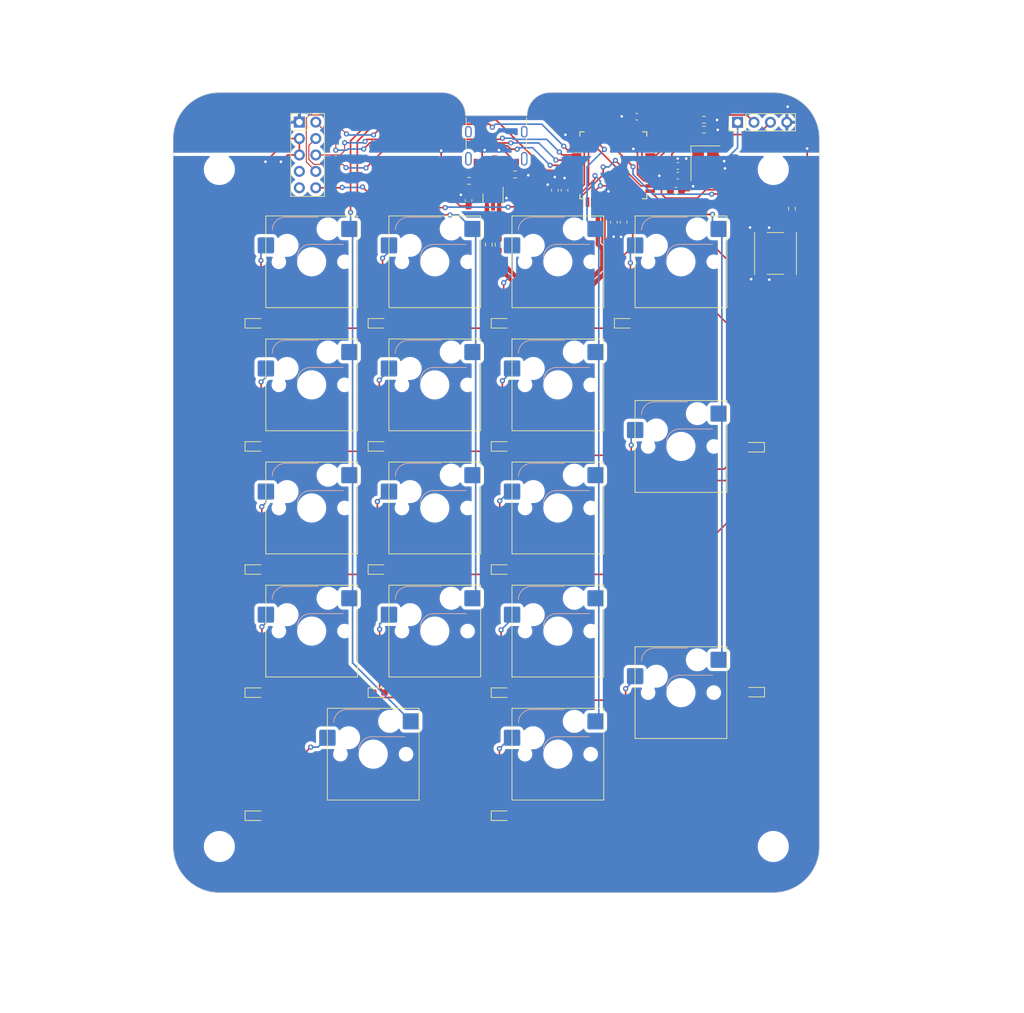
<source format=kicad_pcb>
(kicad_pcb (version 20221018) (generator pcbnew)
  (layers (0 "F.Cu" signal) (31 "B.Cu" power) (34 "B.Paste" user) (35 "F.Paste" user) (36 "B.SilkS" user "B.Silkscreen") (37 "F.SilkS" user "F.Silkscreen") (38 "B.Mask" user) (39 "F.Mask" user) (44 "Edge.Cuts" user))
  (net 0 "")
  (net 1 "/Ucap")
  (net 2 "GND")
  (net 3 "+5V")
  (net 4 "XTAL1")
  (net 5 "XTAL2")
  (net 6 "R1")
  (net 7 "Net-(D1-A)")
  (net 8 "Net-(D2-A)")
  (net 9 "Net-(D3-A)")
  (net 10 "Net-(D4-A)")
  (net 11 "R2")
  (net 12 "Net-(D5-A)")
  (net 13 "Net-(D6-A)")
  (net 14 "Net-(D7-A)")
  (net 15 "Net-(D8-A)")
  (net 16 "R3")
  (net 17 "Net-(D9-A)")
  (net 18 "Net-(D10-A)")
  (net 19 "Net-(D11-A)")
  (net 20 "R4")
  (net 21 "Net-(D12-A)")
  (net 22 "Net-(D13-A)")
  (net 23 "Net-(D14-A)")
  (net 24 "R5")
  (net 25 "Net-(D15-A)")
  (net 26 "Net-(D17-A)")
  (net 27 "Net-(D18-A)")
  (net 28 "Net-(J1-CC1)")
  (net 30 "Net-(J1-CC2)")
  (net 33 "USB-")
  (net 34 "USB+")
  (net 35 "TMS")
  (net 36 "C1")
  (net 37 "C2")
  (net 38 "C3")
  (net 39 "C4")
  (net 42 "TCK")
  (net 43 "TDO")
  (net 52 "TDI")
  (net 54 "NRST")
  (net 57 "/SDA")
  (net 58 "/SCL")
  (net 59 "/D-")
  (net 60 "/D+")
  (net 61 "/usb+")
  (net 62 "/usb-")
  (footprint "Diode_SMD:D_0603_1608Metric_Pad1.05x0.95mm_HandSolder" (layer "F.Cu") (at 143.75 85.725)
    (fp_text reference "D9" hide)
    (fp_text value "D")
  )
  (footprint "Resistor_SMD:R_0603_1608Metric_Pad0.98x0.95mm_HandSolder" (layer "F.Cu") (at 179.8066 35.4529 90)
    (fp_text reference "R3" hide)
    (fp_text value "22")
  )
  (footprint "Capacitor_SMD:C_0603_1608Metric_Pad1.08x0.95mm_HandSolder" (layer "F.Cu") (at 208.7752 27.0787)
    (fp_text reference "C4" hide)
    (fp_text value "100n")
  )
  (footprint "Diode_SMD:D_0603_1608Metric_Pad1.05x0.95mm_HandSolder" (layer "F.Cu") (at 162.8 85.725)
    (fp_text reference "D10" hide)
    (fp_text value "D")
  )
  (footprint "PCM_Switch_Keyboard_Hotswap_Kailh:SW_Hotswap_Kailh_MX_1.00u" (layer "F.Cu") (at 209.55 38.1)
    (fp_text reference "SW5" hide)
    (fp_text value "SW_Push")
  )
  (footprint "Capacitor_SMD:C_0603_1608Metric_Pad1.08x0.95mm_HandSolder" (layer "F.Cu") (at 199.174 31.9809 -90)
    (fp_text reference "C1" hide)
    (fp_text value "1u")
  )
  (footprint "Diode_SMD:D_0603_1608Metric_Pad1.05x0.95mm_HandSolder" (layer "F.Cu") (at 143.75 123.825)
    (fp_text reference "D15" hide)
    (fp_text value "D")
  )
  (footprint "Diode_SMD:D_0603_1608Metric_Pad1.05x0.95mm_HandSolder" (layer "F.Cu") (at 143.75 104.775)
    (fp_text reference "D12" hide)
    (fp_text value "D")
  )
  (footprint "Capacitor_SMD:C_0603_1608Metric_Pad1.08x0.95mm_HandSolder" (layer "F.Cu") (at 202.7046 15.6464)
    (fp_text reference "C5" hide)
    (fp_text value "100n")
  )
  (footprint "Diode_SMD:D_0603_1608Metric_Pad1.05x0.95mm_HandSolder" (layer "F.Cu") (at 162.8 104.775)
    (fp_text reference "D13" hide)
    (fp_text value "D")
  )
  (footprint "PCM_Switch_Keyboard_Hotswap_Kailh:SW_Hotswap_Kailh_MX_2.00u_90deg" (layer "F.Cu") (at 209.55 66.675)
    (fp_text reference "SW9" hide)
    (fp_text value "SW_Push")
  )
  (footprint "PCM_Switch_Keyboard_Hotswap_Kailh:SW_Hotswap_Kailh_MX_2.00u_90deg" (layer "F.Cu") (at 209.55 104.775)
    (fp_text reference "SW18" hide)
    (fp_text value "SW_Push")
  )
  (footprint "PCM_Switch_Keyboard_Hotswap_Kailh:SW_Hotswap_Kailh_MX_1.00u" (layer "F.Cu") (at 152.4 95.25)
    (fp_text reference "SW13" hide)
    (fp_text value "SW_Push")
  )
  (footprint "PCM_Switch_Keyboard_Hotswap_Kailh:SW_Hotswap_Kailh_MX_1.00u" (layer "F.Cu") (at 190.5 38.1)
    (fp_text reference "SW4" hide)
    (fp_text value "SW_Push")
  )
  (footprint "Button_Switch_SMD:SW_SPST_PTS645" (layer "F.Cu") (at 224.1804 36.8046 90)
    (fp_text reference "SW1" hide)
    (fp_text value "RST")
  )
  (footprint "Diode_SMD:D_0603_1608Metric_Pad1.05x0.95mm_HandSolder" (layer "F.Cu") (at 181.85 123.825)
    (fp_text reference "D18" hide)
    (fp_text value "D")
  )
  (footprint "MountingHole:MountingHole_4.3mm_M4" (layer "F.Cu") (at 223.8375 128.5875)
    (fp_text reference "H4" hide)
    (fp_text value "MountingHole")
  )
  (footprint "Diode_SMD:D_0603_1608Metric_Pad1.05x0.95mm_HandSolder" (layer "F.Cu") (at 162.8 47.625)
    (fp_text reference "D2" hide)
    (fp_text value "D")
  )
  (footprint "Diode_SMD:D_0603_1608Metric_Pad1.05x0.95mm_HandSolder" (layer "F.Cu") (at 220.8022 66.802 180)
    (fp_text reference "D8" hide)
    (fp_text value "D")
  )
  (footprint "Package_QFP:TQFP-44_10x10mm_P0.8mm" (layer "F.Cu") (at 199.0852 23.1648 90)
    (fp_text reference "U1" hide)
    (fp_text value "ATmega32U4-A")
  )
  (footprint "Capacitor_SMD:C_0603_1608Metric_Pad1.08x0.95mm_HandSolder" (layer "F.Cu") (at 209.0594 23.2688)
    (fp_text reference "C6" hide)
    (fp_text value "22p")
  )
  (footprint "Diode_SMD:D_0603_1608Metric_Pad1.05x0.95mm_HandSolder" (layer "F.Cu") (at 162.8 66.675)
    (fp_text reference "D6" hide)
    (fp_text value "D")
  )
  (footprint "Capacitor_SMD:C_0603_1608Metric_Pad1.08x0.95mm_HandSolder" (layer "F.Cu") (at 191.5414 27.0256 90)
    (fp_text reference "C3" hide)
    (fp_text value "100n")
  )
  (footprint "Package_TO_SOT_SMD:SOT-23-6" (layer "F.Cu") (at 180.467 28.3718 -90)
    (fp_text reference "U2" hide)
    (fp_text value "USBLC6-2SC6")
  )
  (footprint "Connector_PinHeader_2.54mm:PinHeader_2x05_P2.54mm_Vertical" (layer "F.Cu") (at 150.495 16.4846)
    (fp_text reference "J2" hide)
    (fp_text value "JTAG 10")
  )
  (footprint "PCM_Switch_Keyboard_Hotswap_Kailh:SW_Hotswap_Kailh_MX_1.00u" (layer "F.Cu") (at 152.4 38.1)
    (fp_text reference "SW2" hide)
    (fp_text value "SW_Push")
  )
  (footprint "PCM_Switch_Keyboard_Hotswap_Kailh:SW_Hotswap_Kailh_MX_1.00u" (layer "F.Cu") (at 171.45 95.25)
    (fp_text reference "SW14" hide)
    (fp_text value "SW_Push")
  )
  (footprint "Diode_SMD:D_0603_1608Metric_Pad1.05x0.95mm_HandSolder" (layer "F.Cu") (at 143.75 47.625)
    (fp_text reference "D1" hide)
    (fp_text value "D")
  )
  (footprint "Connector_PinHeader_2.54mm:PinHeader_1x04_P2.54mm_Vertical" (layer "F.Cu") (at 218.313 16.51 90)
    (fp_text reference "J3" hide)
    (fp_text value "I2C")
  )
  (footprint "Resistor_SMD:R_0603_1608Metric_Pad0.98x0.95mm_HandSolder" (layer "F.Cu") (at 226.7204 29.8704 -90)
    (fp_text reference "R4" hide)
    (fp_text value "10k")
  )
  (footprint "Capacitor_SMD:C_0603_1608Metric_Pad1.08x0.95mm_HandSolder" (layer "F.Cu") (at 190.0428 27.0256 90)
    (fp_text reference "C2" hide)
    (fp_text value "10 uF")
  )
  (footprint "MountingHole:MountingHole_4.3mm_M4" (layer "F.Cu") (at 223.8375 23.8125)
    (fp_text reference "H2" hide)
    (fp_text value "MountingHole")
  )
  (footprint "Crystal:Crystal_SMD_3225-4Pin_3.2x2.5mm_HandSoldering" (layer "F.Cu") (at 213.352 22.8624 -90)
    (fp_text reference "Y1" hide)
    (fp_text value "16 MHz")
  )
  (footprint "Diode_SMD:D_0603_1608Metric_Pad1.05x0.95mm_HandSolder" (layer "F.Cu") (at 220.8276 104.6988 180)
    (fp_text reference "D17" hide)
    (fp_text value "D")
  )
  (footprint "PCM_Switch_Keyboard_Hotswap_Kailh:SW_Hotswap_Kailh_MX_1.00u" (layer "F.Cu") (at 152.4 76.2)
    (fp_text reference "SW10" hide)
    (fp_text value "SW_Push")
  )
  (footprint "Resistor_SMD:R_0603_1608Metric_Pad0.98x0.95mm_HandSolder" (layer "F.Cu") (at 183.896 24.5872)
    (fp_text reference "R1" hide)
    (fp_text value "5k1")
  )
  (footprint "PCM_Switch_Keyboard_Hotswap_Kailh:SW_Hotswap_Kailh_MX_2.00u" (layer "F.Cu") (at 161.925 114.3)
    (fp_text reference "SW16" hide)
    (fp_text value "SW_Push")
  )
  (footprint "PCM_Switch_Keyboard_Hotswap_Kailh:SW_Hotswap_Kailh_MX_1.00u" (layer "F.Cu") (at 190.5 76.2)
    (fp_text reference "SW12" hide)
    (fp_text value "SW_Push")
  )
  (footprint "Diode_SMD:D_0603_1608Metric_Pad1.05x0.95mm_HandSolder" (layer "F.Cu") (at 143.75 66.675)
    (fp_text reference "D5" hide)
    (fp_text value "D")
  )
  (footprint "MountingHole:MountingHole_4.3mm_M4" (layer "F.Cu") (at 138.1125 128.5875)
    (fp_text reference "H3" hide)
    (fp_text value "MountingHole")
  )
  (footprint "Capacitor_SMD:C_0603_1608Metric_Pad1.08x0.95mm_HandSolder" (layer "F.Cu") (at 176.6824 28.6004 90)
    (fp_text reference "C8" hide)
    (fp_text value "100n")
  )
  (footprint "PCM_Switch_Keyboard_Hotswap_Kailh:SW_Hotswap_Kailh_MX_1.00u" (layer "F.Cu") (at 190.5 95.25)
    (fp_text reference "SW15" hide)
    (fp_text value "SW_Push")
  )
  (footprint "Capacitor_SMD:C_0603_1608Metric_Pad1.08x0.95mm_HandSolder" (layer "F.Cu") (at 200.6726 31.9809 -90)
    (fp_text reference "C9" hide)
    (fp_text value "10u")
  )
  (footprint "Diode_SMD:D_0603_1608Metric_Pad1.05x0.95mm_HandSolder" (layer "F.Cu") (at 200.9 47.625)
    (fp_text reference "D4" hide)
    (fp_text value "D")
  )
  (footprint "Resistor_SMD:R_0603_1608Metric_Pad0.98x0.95mm_HandSolder" (layer "F.Cu") (at 176.7332 25.5778 180)
    (fp_text reference "R5" hide)
    (fp_text value "5k1")
  )
  (footprint "PCM_Switch_Keyboard_Hotswap_Kailh:SW_Hotswap_Kailh_MX_1.00u" (layer "F.Cu") (at 190.5 114.3)
    (fp_text reference "SW19" hide)
    (fp_text value "SW_Push")
  )
  (footprint "Capacitor_SMD:C_0603_1608Metric_Pad1.08x0.95mm_HandSolder" (layer "F.Cu") (at 209.0594 24.7674)
    (fp_text reference "C7" hide)
    (fp_text value "22p")
  )
  (footprint "PCM_Switch_Keyboard_Hotswap_Kailh:SW_Hotswap_Kailh_MX_1.00u" (layer "F.Cu") (at 190.5 57.15)
    (fp_text reference "SW8" hide)
    (fp_text value "SW_Push")
  )
  (footprint "Diode_SMD:D_0603_1608Metric_Pad1.05x0.95mm_HandSolder" (layer "F.Cu") (at 181.85 85.725)
    (fp_text reference "D11" hide)
    (fp_text value "D")
  )
  (footprint "MountingHole:MountingHole_4.3mm_M4" (layer "F.Cu") (at 138.1125 23.8125)
    (fp_text reference "H1" hide)
    (fp_text value "MountingHole")
  )
  (footprint "PCM_Switch_Keyboard_Hotswap_Kailh:SW_Hotswap_Kailh_MX_1.00u" (layer "F.Cu") (at 171.45 76.2)
    (fp_text reference "SW11" hide)
    (fp_text value "SW_Push")
  )
  (footprint "Diode_SMD:D_0603_1608Metric_Pad1.05x0.95mm_HandSolder" (layer "F.Cu") (at 181.85 104.775)
    (fp_text reference "D14" hide)
    (fp_text value "D")
  )
  (footprint "Resistor_SMD:R_0603_1608Metric_Pad0.98x0.95mm_HandSolder" (layer "F.Cu") (at 213.1036 16.117 180)
    (fp_text reference "R7" hide)
    (fp_text value "2k2")
  )
  (footprint "Diode_SMD:D_0603_1608Metric_Pad1.05x0.95mm_HandSolder" (layer "F.Cu") (at 181.85 47.625)
    (fp_text reference "D3" hide)
    (fp_text value "D")
  )
  (footprint "PCM_Switch_Keyboard_Hotswap_Kailh:SW_Hotswap_Kailh_MX_1.00u" (layer "F.Cu") (at 152.4 57.15)
    (fp_text reference "SW6" hide)
    (fp_text value "SW_Push")
  )
  (footprint "Resistor_SMD:R_0603_1608Metric_Pad0.98x0.95mm_HandSolder" (layer "F.Cu") (at 181.3306 35.4584 90)
    (fp_text reference "R2" hide)
    (fp_text value "22")
  )
  (footprint "Resistor_SMD:R_0603_1608Metric_Pad0.98x0.95mm_HandSolder" (layer "F.Cu") (at 213.106 17.653 180)
    (fp_text reference "R6" hide)
    (fp_text value "2k2")
  )
  (footprint "Connector_USB:USB_C_Receptacle_GCT_USB4105-xx-A_16P_TopMnt_Horizontal" (layer "F.Cu") (at 180.975 19.05 180)
    (fp_text reference "J1" hide)
    (fp_text value "USB_C_Receptacle_USB2.0")
  )
  (footprint "PCM_Switch_Keyboard_Hotswap_Kailh:SW_Hotswap_Kailh_MX_1.00u" (layer "F.Cu") (at 171.45 38.1)
    (fp_text reference "SW3" hide)
    (fp_text value "SW_Push")
  )
  (footprint "PCM_Switch_Keyboard_Hotswap_Kailh:SW_Hotswap_Kailh_MX_1.00u" (layer "F.Cu") (at 171.45 57.15)
    (fp_text reference "SW7" hide)
    (fp_text value "SW_Push")
  )
  (footprint "Diode_SMD:D_0603_1608Metric_Pad1.05x0.95mm_HandSolder" (layer "F.Cu") (at 181.85 66.675)
    (fp_text reference "D7" hide)
    (fp_text value "D")
  )
  (gr_line (start 138.1125 11.90625) (end 172.640625 11.90625) (stroke (width 0.1)) (layer "Edge.Cuts"))
  (gr_line (start 130.96875 19.05) (end 130.96875 23.8125) (stroke (width 0.1)) (layer "Edge.Cuts"))
  (gr_line (start 176.2125 15.478125) (end 185.7375 15.478125) (stroke (width 0.1)) (layer "Edge.Cuts"))
  (gr_arc (start 130.96875 19.05) (mid 133.061106 13.998606) (end 138.1125 11.90625) (stroke (width 0.1)) (layer "Edge.Cuts"))
  (gr_line (start 230.98125 128.5875) (end 230.98125 23.8125) (stroke (width 0.1)) (layer "Edge.Cuts"))
  (gr_arc (start 223.8375 11.90625) (mid 228.888894 13.998606) (end 230.98125 19.05) (stroke (width 0.1)) (layer "Edge.Cuts"))
  (gr_arc (start 172.640625 11.90625) (mid 175.166322 12.952428) (end 176.2125 15.478125) (stroke (width 0.1)) (layer "Edge.Cuts"))
  (gr_line (start 130.96875 128.5875) (end 130.96875 23.8125) (stroke (width 0.1)) (layer "Edge.Cuts"))
  (gr_line (start 230.98125 19.05) (end 230.98125 23.8125) (stroke (width 0.1)) (layer "Edge.Cuts"))
  (gr_arc (start 138.1125 135.73125) (mid 133.061106 133.638894) (end 130.96875 128.5875) (stroke (width 0.1)) (layer "Edge.Cuts"))
  (gr_line (start 223.8375 11.90625) (end 189.309375 11.90625) (stroke (width 0.1)) (layer "Edge.Cuts"))
  (gr_line (start 138.1125 135.73125) (end 223.8375 135.73125) (stroke (width 0.1)) (layer "Edge.Cuts"))
  (gr_arc (start 230.98125 128.5875) (mid 228.888894 133.638894) (end 223.8375 135.73125) (stroke (width 0.1)) (layer "Edge.Cuts"))
  (gr_arc (start 185.7375 15.478125) (mid 186.783678 12.952428) (end 189.309375 11.90625) (stroke (width 0.1)) (layer "Edge.Cuts"))
  (segment (start 199.174 28.9536) (end 199.0852 28.8648) (width 0.25) (layer "F.Cu") (net 1))
  (segment (start 199.174 31.1184) (end 199.174 28.9536) (width 0.25) (layer "F.Cu") (net 1))
  (segment (start 150.495 21.5646) (end 148.694775 21.5646) (width 0.25) (layer "F.Cu") (net 2))
  (segment (start 215.6794 22.5898) (end 215.6794 22.9696) (width 0.25) (layer "F.Cu") (net 2))
  (segment (start 214.502 21.4124) (end 215.1128 21.4124) (width 0.25) (layer "F.Cu") (net 2))
  (segment (start 190.0428 25.019) (end 190.0174 24.9936) (width 0.25) (layer "F.Cu") (net 2))
  (segment (start 194.412 19.9648) (end 194.5894 20.1422) (width 0.25) (layer "F.Cu") (net 2))
  (segment (start 191.5414 26.1631) (end 193.1835 26.1631) (width 0.25) (layer "F.Cu") (net 2))
  (segment (start 221.9304 40.7846) (end 221.9304 32.8246) (width 0.25) (layer "F.Cu") (net 2))
  (segment (start 198.2852 27.2414) (end 198.3232 27.2034) (width 0.25) (layer "F.Cu") (net 2))
  (segment (start 210.9655 24.3124) (end 212.202 24.3124) (width 0.25) (layer "F.Cu") (net 2))
  (segment (start 209.9219 23.2688) (end 209.9219 23.0033) (width 0.25) (layer "F.Cu") (net 2))
  (segment (start 194.5894 20.1422) (end 194.5894 26.1606) (width 0.25) (layer "F.Cu") (net 2))
  (segment (start 177.775 23.2914) (end 175.8207 25.2457) (width 0.25) (layer "F.Cu") (net 2))
  (segment (start 212.202 24.3124) (end 212.202 24.1624) (width 0.25) (layer "F.Cu") (net 2))
  (segment (start 150.495 19.0246) (end 148.853525 19.0246) (width 0.25) (layer "F.Cu") (net 2))
  (segment (start 190.0428 26.1631) (end 190.0428 25.019) (width 0.25) (layer "F.Cu") (net 2))
  (segment (start 203.5048 17.8844) (end 203.5048 24.3078) (width 0.25) (layer "F.Cu") (net 2))
  (segment (start 220.2766 32.8246) (end 220.2434 32.7914) (width 0.25) (layer "F.Cu") (net 2))
  (segment (start 193.3852 19.9648) (end 194.412 19.9648) (width 0.25) (layer "F.Cu") (net 2))
  (segment (start 199.174 32.8434) (end 199.174 34.1758) (width 0.25) (layer "F.Cu") (net 2))
  (segment (start 209.9219 23.2688) (end 210.9655 24.3124) (width 0.25) (layer "F.Cu") (net 2))
  (segment (start 198.2852 28.8648) (end 198.2852 27.2414) (width 0.25) (layer "F.Cu") (net 2))
  (segment (start 203.0852 16.4724) (end 203.0852 17.4648) (width 0.25) (layer "F.Cu") (net 2))
  (segment (start 215.1128 21.4124) (end 216.2302 22.5298) (width 0.25) (layer "F.Cu") (net 2))
  (segment (start 221.9304 40.7846) (end 220.429 40.7846) (width 0.25) (layer "F.Cu") (net 2))
  (segment (start 184.8085 24.5872) (end 185.801 24.5872) (width 0.25) (layer "F.Cu") (net 2))
  (segment (start 191.5414 26.1631) (end 191.5414 25.146) (width 0.25) (layer "F.Cu") (net 2))
  (segment (start 214.502 21.8624) (end 214.502 21.4124) (width 0.25) (layer "F.Cu") (net 2))
  (segment (start 212.202 24.1624) (end 214.502 21.8624) (width 0.25) (layer "F.Cu") (net 2))
  (segment (start 180.467 27.551235) (end 181.160565 28.2448) (width 0.25) (layer "F.Cu") (net 2))
  (segment (start 221.9304 32.8246) (end 223.182 32.8246) (width 0.25) (layer "F.Cu") (net 2))
  (segment (start 221.9304 40.7846) (end 223.1312 40.7846) (width 0.25) (layer "F.Cu") (net 2))
  (segment (start 180.467 27.2343) (end 180.467 27.551235) (width 0.25) (layer "F.Cu") (net 2))
  (segment (start 223.1312 40.7846) (end 223.2152 40.8686) (width 0.25) (layer "F.Cu") (net 2))
  (segment (start 203.5671 15.9905) (end 203.0852 16.4724) (width 0.25) (layer "F.Cu") (net 2))
  (segment (start 185.801 24.5872) (end 185.928 24.7142) (width 0.25) (layer "F.Cu") (net 2))
  (segment (start 176.6824 27.7379) (end 175.4897 27.7379) (width 0.25) (layer "F.Cu") (net 2))
  (segment (start 150.495 21.5646) (end 150.495 19.0246) (width 0.25) (layer "F.Cu") (net 2))
  (segment (start 148.694775 21.5646) (end 147.6375 22.621875) (width 0.25) (layer "F.Cu") (net 2))
  (segment (start 188.9263 26.1631) (end 188.9252 26.162) (width 0.25) (layer "F.Cu") (net 2))
  (segment (start 210.7669 27.0787) (end 211.4296 26.416) (width 0.25) (layer "F.Cu") (net 2))
  (segment (start 209.9219 23.0033) (end 209.042 22.1234) (width 0.25) (layer "F.Cu") (net 2))
  (segment (start 211.747 24.7674) (end 212.202 24.3124) (width 0.25) (layer "F.Cu") (net 2))
  (segment (start 176.6824 26.4395) (end 175.8207 25.5778) (width 0.25) (layer "F.Cu") (net 2))
  (segment (start 184.175 23.9537) (end 184.8085 24.5872) (width 0.25) (layer "F.Cu") (net 2))
  (segment (start 200.6726 32.8434) (end 200.6726 33.8456) (width 0.25) (layer "F.Cu") (net 2))
  (segment (start 184.175 22.73) (end 184.175 23.9537) (width 0.25) (layer "F.Cu") (net 2))
  (segment (start 209.9219 24.7674) (end 211.747 24.7674) (width 0.25) (layer "F.Cu") (net 2))
  (segment (start 215.6794 22.9696) (end 216.3572 23.6474) (width 0.25) (layer "F.Cu") (net 2))
  (segment (start 194.5894 26.1606) (end 194.3852 26.3648) (width 0.25) (layer "F.Cu") (net 2))
  (segment (start 191.5414 26.1631) (end 190.0428 26.1631) (width 0.25) (layer "F.Cu") (net 2))
  (segment (start 199.174 34.1758) (end 199.136 34.2138) (width 0.25) (layer "F.Cu") (net 2))
  (segment (start 175.8207 25.2457) (end 175.8207 25.5778) (width 0.25) (layer "F.Cu") (net 2))
  (segment (start 209.9219 22.5643) (end 210.3628 22.1234) (width 0.25) (layer "F.Cu") (net 2))
  (segment (start 194.3852 26.3648) (end 193.3852 26.3648) (width 0.25) (layer "F.Cu") (net 2))
  (segment (start 148.853525 19.0246) (end 145.25625 22.621875) (width 0.25) (layer "F.Cu") (net 2))
  (segment (start 203.5671 15.6464) (end 203.5671 15.9905) (width 0.25) (layer "F.Cu") (net 2))
  (segment (start 203.5048 24.3078) (end 203.9618 24.7648) (width 0.25) (layer "F.Cu") (net 2))
  (segment (start 200.6726 32.8434) (end 199.174 32.8434) (width 0.25) (layer "F.Cu") (net 2))
  (segment (start 223.182 32.8246) (end 223.1898 32.8168) (width 0.25) (layer "F.Cu") (net 2))
  (segment (start 220.429 40.7846) (end 220.4212 40.7924) (width 0.25) (layer "F.Cu") (net 2))
  (segment (start 214.502 21.4124) (end 215.6794 22.5898) (width 0.25) (layer "F.Cu") (net 2))
  (segment (start 177.775 22.73) (end 177.775 23.2914) (width 0.25) (layer "F.Cu") (net 2))
  (segment (start 203.0852 17.4648) (end 203.5048 17.8844) (width 0.25) (layer "F.Cu") (net 2))
  (segment (start 181.160565 28.2448) (end 182.5498 28.2448) (width 0.25) (layer "F.Cu") (net 2))
  (segment (start 203.9618 24.7648) (end 204.7852 24.7648) (width 0.25) (layer "F.Cu") (net 2))
  (segment (start 175.4897 27.7379) (end 175.4886 27.7368) (width 0.25) (layer "F.Cu") (net 2))
  (segment (start 190.0428 26.1631) (end 188.9263 26.1631) (width 0.25) (layer "F.Cu") (net 2))
  (segment (start 200.6726 33.8456) (end 200.279 34.2392) (width 0.25) (layer "F.Cu") (net 2))
  (segment (start 209.9219 24.7674) (end 209.9219 23.2688) (width 0.25) (layer "F.Cu") (net 2))
  (segment (start 206.1716 24.7648) (end 206.1972 24.7904) (width 0.25) (layer "F.Cu") (net 2))
  (segment (start 204.7852 24.7648) (end 206.1716 24.7648) (width 0.25) (layer "F.Cu") (net 2))
  (segment (start 176.6824 27.7379) (end 176.6824 26.4395) (width 0.25) (layer "F.Cu") (net 2))
  (segment (start 209.6377 27.0787) (end 210.7669 27.0787) (width 0.25) (layer "F.Cu") (net 2))
  (segment (start 209.9219 23.2688) (end 209.9219 22.5643) (width 0.25) (layer "F.Cu") (net 2))
  (segment (start 193.1835 26.1631) (end 193.3852 26.3648) (width 0.25) (layer "F.Cu") (net 2))
  (segment (start 221.9304 32.8246) (end 220.2766 32.8246) (width 0.25) (layer "F.Cu") (net 2))
  (via (at 185.928 24.7142) (size 0.8) (drill 0.4) (layers "F.Cu" "B.Cu") (net 2))
  (via (at 175.4886 27.7368) (size 0.8) (drill 0.4) (layers "F.Cu" "B.Cu") (net 2))
  (via (at 190.0174 24.9936) (size 0.8) (drill 0.4) (layers "F.Cu" "B.Cu") (net 2))
  (via (at 188.9252 26.162) (size 0.8) (drill 0.4) (layers "F.Cu" "B.Cu") (net 2))
  (via (at 182.5498 28.2448) (size 0.8) (drill 0.4) (layers "F.Cu" "B.Cu") (net 2))
  (via (at 200.279 34.2392) (size 0.8) (drill 0.4) (layers "F.Cu" "B.Cu") (net 2))
  (via (at 220.4212 40.7924) (size 0.8) (drill 0.4) (layers "F.Cu" "B.Cu") (net 2))
  (via (at 198.3232 27.2034) (size 0.8) (drill 0.4) (layers "F.Cu" "B.Cu") (net 2))
  (via (at 199.136 34.2138) (size 0.8) (drill 0.4) (layers "F.Cu" "B.Cu") (net 2))
  (via (at 216.2302 22.5298) (size 0.8) (drill 0.4) (layers "F.Cu" "B.Cu") (net 2))
  (via (at 210.3628 22.1234) (size 0.8) (drill 0.4) (layers "F.Cu" "B.Cu") (net 2))
  (via (at 216.3572 23.6474) (size 0.8) (drill 0.4) (layers "F.Cu" "B.Cu") (net 2))
  (via (at 145.25625 22.621875) (size 0.8) (drill 0.4) (layers "F.Cu" "B.Cu") (net 2))
  (via (at 191.5414 25.146) (size 0.8) (drill 0.4) (layers "F.Cu" "B.Cu") (net 2))
  (via (at 206.1972 24.7904) (size 0.8) (drill 0.4) (layers "F.Cu" "B.Cu") (net 2))
  (via (at 223.2152 40.8686) (size 0.8) (drill 0.4) (layers "F.Cu" "B.Cu") (net 2))
  (via (at 220.2434 32.7914) (size 0.8) (drill 0.4) (layers "F.Cu" "B.Cu") (net 2))
  (via (at 209.042 22.1234) (size 0.8) (drill 0.4) (layers "F.Cu" "B.Cu") (net 2))
  (via (at 211.4296 26.416) (size 0.8) (drill 0.4) (layers "F.Cu" "B.Cu") (net 2))
  (via (at 147.6375 22.621875) (size 0.8) (drill 0.4) (layers "F.Cu" "B.Cu") (net 2))
  (via (at 223.1898 32.8168) (size 0.8) (drill 0.4) (layers "F.Cu" "B.Cu") (net 2))
  (segment (start 218.313 16.51) (end 218.313 20.447) (width 0.25) (layer "B.Cu") (net 2))
  (segment (start 218.313 20.447) (end 216.2302 22.5298) (width 0.25) (layer "B.Cu") (net 2))
  (segment (start 183.375 23.2026) (end 183.375 22.73) (width 0.25) (layer "F.Cu") (net 3))
  (segment (start 183.1524 21.8776) (end 182.0939 20.8191) (width 0.25) (layer "F.Cu") (net 3))
  (segment (start 172.4406 26.543694) (end 172.4406 20.9042) (width 0.25) (layer "F.Cu") (net 3))
  (segment (start 177.5957 28.5496) (end 176.6824 29.4629) (width 0.25) (layer "F.Cu") (net 3))
  (segment (start 225.933 14.224) (end 226.06 14.097) (width 0.25) (layer "F.Cu") (net 3))
  (segment (start 190.0428 27.8881) (end 186.893721 27.8881) (width 0.25) (layer "F.Cu") (net 3))
  (segment (start 229.0826 26.5957) (end 229.0826 20.574) (width 0.25) (layer "F.Cu") (net 3))
  (segment (start 183.375 22.73) (end 183.1524 22.5074) (width 0.25) (layer "F.Cu") (net 3))
  (segment (start 201.8421 15.6464) (end 202.2852 16.0895) (width 0.25) (layer "F.Cu") (net 3))
  (segment (start 196.2404 24.765) (end 196.2404 25.3096) (width 0.25) (layer "F.Cu") (net 3))
  (segment (start 207.9127 27.0787) (end 207.9127 26.9275) (width 0.25) (layer "F.Cu") (net 3))
  (segment (start 194.3852 27.1648) (end 193.3852 27.1648) (width 0.25) (layer "F.Cu") (net 3))
  (segment (start 202.2852 16.0895) (end 202.2852 17.4648) (width 0.25) (layer "F.Cu") (net 3))
  (segment (start 215.2142 17.653) (end 215.2396 17.6784) (width 0.25) (layer "F.Cu") (net 3))
  (segment (start 182.0939 20.8191) (end 181.3814 20.8191) (width 0.25) (layer "F.Cu") (net 3))
  (segment (start 194.3852 19.1648) (end 195.2498 20.0294) (width 0.25) (layer "F.Cu") (net 3))
  (segment (start 193.3852 19.1648) (end 192.3928 19.1648) (width 0.25) (layer "F.Cu") (net 3))
  (segment (start 192.6619 27.8881) (end 193.3852 27.1648) (width 0.25) (layer "F.Cu") (net 3))
  (segment (start 183.769 24.763379) (end 183.769 23.5966) (width 0.25) (layer "F.Cu") (net 3))
  (segment (start 207.5711 27.0787) (end 206.0572 25.5648) (width 0.25) (layer "F.Cu") (net 3))
  (segment (start 199.8852 27.1398) (end 199.0852 26.3398) (width 0.25) (layer "F.Cu") (net 3))
  (segment (start 226.7204 28.9579) (end 229.0826 26.5957) (width 0.25) (layer "F.Cu") (net 3))
  (segment (start 214.0185 17.653) (end 215.2142 17.653) (width 0.25) (layer "F.Cu") (net 3))
  (segment (start 180.467 29.5093) (end 180.467 29.192365) (width 0.25) (layer "F.Cu") (net 3))
  (segment (start 186.893721 27.8881) (end 183.769 24.763379) (width 0.25) (layer "F.Cu") (net 3))
  (segment (start 183.769 23.5966) (end 183.375 23.2026) (width 0.25) (layer "F.Cu") (net 3))
  (segment (start 206.0572 25.5648) (end 204.7852 25.5648) (width 0.25) (layer "F.Cu") (net 3))
  (segment (start 178.785 21.2057) (end 179.1716 20.8191) (width 0.25) (layer "F.Cu") (net 3))
  (segment (start 195.2498 20.0294) (end 195.2498 26.3002) (width 0.25) (layer "F.Cu") (net 3))
  (segment (start 191.5414 27.8881) (end 192.6619 27.8881) (width 0.25) (layer "F.Cu") (net 3))
  (segment (start 178.575 22.73) (end 178.785 22.52) (width 0.25) (layer "F.Cu") (net 3))
  (segment (start 201.8421 15.6464) (end 200.4314 15.6464) (width 0.25) (layer "F.Cu") (net 3))
  (segment (start 183.1524 22.5074) (end 183.1524 21.8776) (width 0.25) (layer "F.Cu") (net 3))
  (segment (start 178.785 22.52) (end 178.785 21.2057) (width 0.25) (layer "F.Cu") (net 3))
  (segment (start 215.1006 16.117) (end 215.138 16.1544) (width 0.25) (layer "F.Cu") (net 3))
  (segment (start 200.6726 31.1184) (end 199.8852 30.331) (width 0.25) (layer "F.Cu") (net 3))
  (segment (start 204.7852 25.5648) (end 203.7852 25.5648) (width 0.25) (layer "F.Cu") (net 3))
  (segment (start 199.8852 30.331) (end 199.8852 28.8648) (width 0.25) (layer "F.Cu") (net 3))
  (segment (start 196.2404 25.3096) (end 195.2498 26.3002) (width 0.25) (layer "F.Cu") (net 3))
  (segment (start 175.359806 29.4629) (end 172.4406 26.543694) (width 0.25) (layer "F.Cu") (net 3))
  (segment (start 192.3928 19.1648) (end 191.6684 18.4404) (width 0.25) (layer "F.Cu") (net 3))
  (segment (start 207.9127 27.0787) (end 207.5711 27.0787) (width 0.25) (layer "F.Cu") (net 3))
  (segment (start 193.3852 19.1648) (end 194.3852 19.1648) (width 0.25) (layer "F.Cu") (net 3))
  (segment (start 179.824235 28.5496) (end 177.5957 28.5496) (width 0.25) (layer "F.Cu") (net 3))
  (segment (start 195.2498 26.3002) (end 194.3852 27.1648) (width 0.25) (layer "F.Cu") (net 3))
  (segment (start 199.0852 26.3398) (end 197.0786 26.3398) (width 0.25) (layer "F.Cu") (net 3))
  (segment (start 191.5414 27.8881) (end 190.0428 27.8881) (width 0.25) (layer "F.Cu") (net 3))
  (segment (start 195.8852 28.8648) (end 195.8852 27.5332) (width 0.25) (layer "F.Cu") (net 3))
  (segment (start 199.8852 28.8648) (end 199.8852 27.1398) (width 0.25) (layer "F.Cu") (net 3))
  (segment (start 180.467 29.192365) (end 179.824235 28.5496) (width 0.25) (layer "F.Cu") (net 3))
  (segment (start 176.6824 29.4629) (end 175.359806 29.4629) (width 0.25) (layer "F.Cu") (net 3))
  (segment (start 203.7852 25.5648) (end 202.819 24.5986) (width 0.25) (layer "F.Cu") (net 3))
  (segment (start 195.8852 27.5332) (end 197.0786 26.3398) (width 0.25) (layer "F.Cu") (net 3))
  (segment (start 200.4314 15.6464) (end 200.3806 15.5956) (width 0.25) (layer "F.Cu") (net 3))
  (segment (start 202.819 24.5986) (end 202.819 21.2598) (width 0.25) (layer "F.Cu") (net 3))
  (segment (start 202.819 21.2598) (end 202.184 20.6248) (width 0.25) (layer "F.Cu") (net 3))
  (segment (start 214.0161 16.117) (end 215.1006 16.117) (width 0.25) (layer "F.Cu") (net 3))
  (segment (start 225.933 16.51) (end 225.933 14.224) (width 0.25) (layer "F.Cu") (net 3))
  (via (at 229.0826 20.574) (size 0.8) (drill 0.4) (layers "F.Cu" "B.Cu") (net 3))
  (via (at 215.138 16.1544) (size 0.8) (drill 0.4) (layers "F.Cu" "B.Cu") (net 3))
  (via (at 196.2404 24.765) (size 0.8) (drill 0.4) (layers "F.Cu" "B.Cu") (net 3))
  (via (at 215.2396 17.6784) (size 0.8) (drill 0.4) (layers "F.Cu" "B.Cu") (net 3))
  (via (at 200.3806 15.5956) (size 0.8) (drill 0.4) (layers "F.Cu" "B.Cu") (net 3))
  (via (at 197.0786 26.3398) (size 0.8) (drill 0.4) (layers "F.Cu" "B.Cu") (net 3))
  (via (at 202.184 20.6248) (size 0.8) (drill 0.4) (layers "F.Cu" "B.Cu") (net 3))
  (via (at 179.1716 20.8191) (size 0.8) (drill 0.4) (layers "F.Cu" "B.Cu") (net 3))
  (via (at 172.4406 20.9042) (size 0.8) (drill 0.4) (layers "F.Cu" "B.Cu") (net 3))
  (via (at 191.6684 18.4404) (size 0.8) (drill 0.4) (layers "F.Cu" "B.Cu") (net 3))
  (via (at 181.3814 20.8191) (size 0.8) (drill 0.4) (layers "F.Cu" "B.Cu") (net 3))
  (via (at 226.06 14.097) (size 0.8) (drill 0.4) (layers "F.Cu" "B.Cu") (net 3))
  (segment (start 197.0786 25.6032) (end 196.2404 24.765) (width 0.25) (layer "B.Cu") (net 3))
  (segment (start 197.0786 26.3398) (end 197.0786 25.6032) (width 0.25) (layer "B.Cu") (net 3))
  (segment (start 209.3642 20.1954) (end 208.145 21.4146) (width 0.25) (layer "F.Cu") (net 4))
  (segment (start 208.145 21.4146) (end 208.145 23.2169) (width 0.25) (layer "F.Cu") (net 4))
  (segment (start 208.0929 23.1648) (end 204.7852 23.1648) (width 0.25) (layer "F.Cu") (net 4))
  (segment (start 212.202 21.4124) (end 210.985 20.1954) (width 0.25) (layer "F.Cu") (net 4))
  (segment (start 208.1969 23.2688) (end 208.0929 23.1648) (width 0.25) (layer "F.Cu") (net 4))
  (segment (start 210.985 20.1954) (end 209.3642 20.1954) (width 0.25) (layer "F.Cu") (net 4))
  (segment (start 208.145 23.2169) (end 208.1969 23.2688) (width 0.25) (layer "F.Cu") (net 4))
  (segment (start 208.1969 24.7674) (end 207.3943 23.9648) (width 0.25) (layer "F.Cu") (net 5))
  (segment (start 213.277 25.6874) (end 209.1169 25.6874) (width 0.25) (layer "F.Cu") (net 5))
  (segment (start 209.1169 25.6874) (end 208.1969 24.7674) (width 0.25) (layer "F.Cu") (net 5))
  (segment (start 207.3943 23.9648) (end 204.7852 23.9648) (width 0.25) (layer "F.Cu") (net 5))
  (segment (start 214.502 24.4624) (end 213.277 25.6874) (width 0.25) (layer "F.Cu") (net 5))
  (segment (start 214.502 24.3124) (end 214.502 24.4624) (width 0.25) (layer "F.Cu") (net 5))
  (segment (start 214.502 24.3124) (end 214.502 24.6124) (width 0.25) (layer "F.Cu") (net 5))
  (segment (start 200.025 37.7698) (end 200.025 47.625) (width 0.25) (layer "F.Cu") (net 6))
  (segment (start 161.1726 48.3774) (end 161.925 47.625) (width 0.25) (layer "F.Cu") (net 6))
  (segment (start 162.6774 48.3774) (end 180.2226 48.3774) (width 0.25) (layer "F.Cu") (net 6))
  (segment (start 143.6274 48.3774) (end 161.1726 48.3774) (width 0.25) (layer "F.Cu") (net 6))
  (segment (start 201.4852 32.6768) (end 202.0824 33.274) (width 0.25) (layer "F.Cu") (net 6))
  (segment (start 161.925 47.625) (end 162.6774 48.3774) (width 0.25) (layer "F.Cu") (net 6))
  (segment (start 180.975 47.625) (end 181.7274 48.3774) (width 0.25) (layer "F.Cu") (net 6))
  (segment (start 202.0824 33.274) (end 202.0824 35.7124) (width 0.25) (layer "F.Cu") (net 6))
  (segment (start 201.4852 28.8648) (end 201.4852 32.6768) (width 0.25) (layer "F.Cu") (net 6))
  (segment (start 199.2726 48.3774) (end 200.025 47.625) (width 0.25) (layer "F.Cu") (net 6))
  (segment (start 181.7274 48.3774) (end 199.2726 48.3774) (width 0.25) (layer "F.Cu") (net 6))
  (segment (start 142.875 47.625) (end 143.6274 48.3774) (width 0.25) (layer "F.Cu") (net 6))
  (segment (start 202.0824 35.7124) (end 200.025 37.7698) (width 0.25) (layer "F.Cu") (net 6))
  (segment (start 180.2226 48.3774) (end 180.975 47.625) (width 0.25) (layer "F.Cu") (net 6))
  (segment (start 144.5514 37.8968) (end 144.5514 47.5514) (width 0.25) (layer "F.Cu") (net 7))
  (segment (start 144.5514 47.5514) (end 144.625 47.625) (width 0.25) (layer "F.Cu") (net 7))
  (via (at 144.5514 37.8968) (size 0.8) (drill 0.4) (layers "F.Cu" "B.Cu") (net 7))
  (segment (start 144.5514 36.3236) (end 144.5514 37.8968) (width 0.25) (layer "B.Cu") (net 7))
  (segment (start 145.315 35.56) (end 144.5514 36.3236) (width 0.25) (layer "B.Cu") (net 7))
  (segment (start 163.3728 47.3228) (end 163.675 47.625) (width 0.25) (layer "F.Cu") (net 8))
  (segment (start 163.3728 37.5412) (end 163.3728 47.3228) (width 0.25) (layer "F.Cu") (net 8))
  (via (at 163.3728 37.5412) (size 0.8) (drill 0.4) (layers "F.Cu" "B.Cu") (net 8))
  (segment (start 164.365 36.549) (end 163.3728 37.5412) (width 0.25) (layer "B.Cu") (net 8))
  (segment (start 164.365 35.56) (end 164.365 36.549) (width 0.25) (layer "B.Cu") (net 8))
  (segment (start 182.118 47.018) (end 182.725 47.625) (width 0.25) (layer "F.Cu") (net 9))
  (segment (start 182.118 41.3512) (end 182.118 47.018) (width 0.25) (layer "F.Cu") (net 9))
  (via (at 182.118 41.3512) (size 0.8) (drill 0.4) (layers "F.Cu" "B.Cu") (net 9))
  (segment (start 183.415 35.56) (end 183.415 40.0542) (width 0.25) (layer "B.Cu") (net 9))
  (segment (start 183.415 40.0542) (end 182.118 41.3512) (width 0.25) (layer "B.Cu") (net 9))
  (segment (start 201.7268 47.5768) (end 201.775 47.625) (width 0.25) (layer "F.Cu") (net 10))
  (segment (start 201.7268 38.2778) (end 201.7268 47.5768) (width 0.25) (layer "F.Cu") (net 10))
  (via (at 201.7268 38.2778) (size 0.8) (drill 0.4) (layers "F.Cu" "B.Cu") (net 10))
  (segment (start 201.7268 36.2982) (end 201.7268 38.2778) (width 0.25) (layer "B.Cu") (net 10))
  (segment (start 202.465 35.56) (end 201.7268 36.2982) (width 0.25) (layer "B.Cu") (net 10))
  (segment (start 221.6772 66.802) (end 221.6772 67.0954) (width 0.25) (layer "F.Cu") (net 11))
  (segment (start 213.38 44.343) (end 213.38 38.571243) (width 0.25) (layer "F.Cu") (net 11))
  (segment (start 142.875 66.675) (end 143.6274 67.4274) (width 0.25) (layer "F.Cu") (net 11))
  (segment (start 203.5556 32.7406) (end 202.2852 31.4702) (width 0.25) (layer "F.Cu") (net 11))
  (segment (start 207.391 32.7406) (end 203.5556 32.7406) (width 0.25) (layer "F.Cu") (net 11))
  (segment (start 210.3754 35.725) (end 207.391 32.7406) (width 0.25) (layer "F.Cu") (net 11))
  (segment (start 162.6774 67.4274) (end 180.2226 67.4274) (width 0.25) (layer "F.Cu") (net 11))
  (segment (start 201.9554 71.9582) (end 198.0438 68.0466) (width 0.25) (layer "F.Cu") (net 11))
  (segment (start 221.6772 52.6402) (end 213.38 44.343) (width 0.25) (layer "F.Cu") (net 11))
  (segment (start 210.533757 35.725) (end 210.3754 35.725) (width 0.25) (layer "F.Cu") (net 11))
  (segment (start 221.6772 67.0954) (end 216.8144 71.9582) (width 0.25) (layer "F.Cu") (net 11))
  (segment (start 221.6772 66.802) (end 221.6772 52.6402) (width 0.25) (layer "F.Cu") (net 11))
  (segment (start 202.2852 31.4702) (end 202.2852 28.8648) (width 0.25) (layer "F.Cu") (net 11))
  (segment (start 198.0438 68.0466) (end 182.3466 68.0466) (width 0.25) (layer "F.Cu") (net 11))
  (segment (start 182.3466 68.0466) (end 180.975 66.675) (width 0.25) (layer "F.Cu") (net 11))
  (segment (start 161.1726 67.4274) (end 161.925 66.675) (width 0.25) (layer "F.Cu") (net 11))
  (segment (start 213.38 38.571243) (end 210.533757 35.725) (width 0.25) (layer "F.Cu") (net 11))
  (segment (start 180.2226 67.4274) (end 180.975 66.675) (width 0.25) (layer "F.Cu") (net 11))
  (segment (start 216.8144 71.9582) (end 201.9554 71.9582) (width 0.25) (layer "F.Cu") (net 11))
  (segment (start 161.925 66.675) (end 162.6774 67.4274) (width 0.25) (layer "F.Cu") (net 11))
  (segment (start 143.6274 67.4274) (end 161.1726 67.4274) (width 0.25) (layer "F.Cu") (net 11))
  (segment (start 144.5768 66.6268) (end 144.625 66.675) (width 0.25) (layer "F.Cu") (net 12))
  (segment (start 144.5768 56.6928) (end 144.5768 66.6268) (width 0.25) (layer "F.Cu") (net 12))
  (via (at 144.5768 56.6928) (size 0.8) (drill 0.4) (layers "F.Cu" "B.Cu") (net 12))
  (segment (start 145.315 55.9546) (end 144.5768 56.6928) (width 0.25) (layer "B.Cu") (net 12))
  (segment (start 145.315 54.61) (end 145.315 55.9546) (width 0.25) (layer "B.Cu") (net 12))
  (segment (start 162.8648 65.8648) (end 163.675 66.675) (width 0.25) (layer "F.Cu") (net 13))
  (segment (start 162.8648 56.4134) (end 162.8648 65.8648) (width 0.25) (layer "F.Cu") (net 13))
  (via (at 162.8648 56.4134) (size 0.8) (drill 0.4) (layers "F.Cu" "B.Cu") (net 13))
  (segment (start 164.365 54.61) (end 164.365 54.9132) (width 0.25) (layer "B.Cu") (net 13))
  (segment (start 164.365 54.9132) (end 162.8648 56.4134) (width 0.25) (layer "B.Cu") (net 13))
  (segment (start 181.9148 56.515) (end 181.9148 65.8648) (width 0.25) (layer "F.Cu") (net 14))
  (segment (start 181.9148 65.8648) (end 182.725 66.675) (width 0.25) (layer "F.Cu") (net 14))
  (via (at 181.9148 56.515) (size 0.8) (drill 0.4) (layers "F.Cu" "B.Cu") (net 14))
  (segment (start 183.415 54.61) (end 183.415 55.0148) (width 0.25) (layer "B.Cu") (net 14))
  (segment (start 183.415 55.0148) (end 181.9148 56.515) (width 0.25) (layer "B.Cu") (net 14))
  (segment (start 216.2302 70.1802) (end 219.6084 66.802) (width 0.25) (layer "F.Cu") (net 15))
  (segment (start 201.8538 69.5452) (end 202.5142 70.2056) (width 0.25) (layer "F.Cu") (net 15))
  (segment (start 201.8538 66.4718) (end 201.8538 69.5452) (width 0.25) (layer "F.Cu") (net 15))
  (segment (start 202.5142 70.2056) (end 215.3412 70.2056) (width 0.25) (layer "F.Cu") (net 15))
  (segment (start 215.3412 70.2056) (end 215.3666 70.1802) (width 0.25) (layer "F.Cu") (net 15))
  (segment (start 219.6084 66.802) (end 219.9272 66.802) (width 0.25) (layer "F.Cu") (net 15))
  (segment (start 215.3666 70.1802) (end 216.2302 70.1802) (width 0.25) (layer "F.Cu") (net 15))
  (via (at 201.8538 66.4718) (size 0.8) (drill 0.4) (layers "F.Cu" "B.Cu") (net 15))
  (segment (start 201.8538 64.7462) (end 201.8538 66.4718) (width 0.25) (layer "B.Cu") (net 15))
  (segment (start 202.465 64.135) (end 201.8538 64.7462) (width 0.25) (layer "B.Cu") (net 15))
  (segment (start 161.1726 86.4774) (end 161.925 85.725) (width 0.25) (layer "F.Cu") (net 16))
  (segment (start 162.6774 86.4774) (end 180.2226 86.4774) (width 0.25) (layer "F.Cu") (net 16))
  (segment (start 223.1898 50.7238) (end 223.1898 71.9836) (width 0.25) (layer "F.Cu") (net 16))
  (segment (start 203.0852 28.8648) (end 203.0852 30.6446) (width 0.25) (layer "F.Cu") (net 16))
  (segment (start 203.0852 30.6446) (end 204.2922 31.8516) (width 0.25) (layer "F.Cu") (net 16))
  (segment (start 214.1474 35.2044) (end 216.9414 37.9984) (width 0.25) (layer "F.Cu") (net 16))
  (segment (start 142.875 85.725) (end 143.6274 86.4774) (width 0.25) (layer "F.Cu") (net 16))
  (segment (start 216.9414 37.9984) (end 216.9414 44.4754) (width 0.25) (layer "F.Cu") (net 16))
  (segment (start 216.9414 44.4754) (end 223.1898 50.7238) (width 0.25) (layer "F.Cu") (net 16))
  (segment (start 210.947 35.2044) (end 214.1474 35.2044) (width 0.25) (layer "F.Cu") (net 16))
  (segment (start 207.5942 31.8516) (end 210.947 35.2044) (width 0.25) (layer "F.Cu") (net 16))
  (segment (start 208.696 86.4774) (end 181.7274 86.4774) (width 0.25) (layer "F.Cu") (net 16))
  (segment (start 181.7274 86.4774) (end 180.975 85.725) (width 0.25) (layer "F.Cu") (net 16))
  (segment (start 161.925 85.725) (end 162.6774 86.4774) (width 0.25) (layer "F.Cu") (net 16))
  (segment (start 223.1898 71.9836) (end 208.696 86.4774) (width 0.25) (layer "F.Cu") (net 16))
  (segment (start 180.2226 86.4774) (end 180.975 85.725) (width 0.25) (layer "F.Cu") (net 16))
  (segment (start 204.2922 31.8516) (end 207.5942 31.8516) (width 0.25) (layer "F.Cu") (net 16))
  (segment (start 143.6274 86.4774) (end 161.1726 86.4774) (width 0.25) (layer "F.Cu") (net 16))
  (segment (start 144.6784 75.9968) (end 144.6784 85.6716) (width 0.25) (layer "F.Cu") (net 17))
  (segment (start 144.6784 85.6716) (end 144.625 85.725) (width 0.25) (layer "F.Cu") (net 17))
  (via (at 144.6784 75.9968) (size 0.8) (drill 0.4) (layers "F.Cu" "B.Cu") (net 17))
  (segment (start 145.315 73.66) (end 145.315 75.3602) (width 0.25) (layer "B.Cu") (net 17))
  (segment (start 145.315 75.3602) (end 144.6784 75.9968) (width 0.25) (layer "B.Cu") (net 17))
  (segment (start 162.56 75.2094) (end 162.56 84.61) (width 0.25) (layer "F.Cu") (net 18))
  (segment (start 162.56 84.61) (end 163.675 85.725) (width 0.25) (layer "F.Cu") (net 18))
  (via (at 162.56 75.2094) (size 0.8) (drill 0.4) (layers "F.Cu" "B.Cu") (net 18))
  (segment (start 164.1094 73.66) (end 162.56 75.2094) (width 0.25) (layer "B.Cu") (net 18))
  (segment (start 164.365 73.66) (end 164.1094 73.66) (width 0.25) (layer "B.Cu") (net 18))
  (segment (start 181.5084 84.5084) (end 182.725 85.725) (width 0.25) (layer "F.Cu") (net 19))
  (segment (start 181.5084 75.1078) (end 181.5084 84.5084) (width 0.25) (layer "F.Cu") (net 19))
  (via (at 181.5084 75.1078) (size 0.8) (drill 0.4) (layers "F.Cu" "B.Cu") (net 19))
  (segment (start 183.415 73.66) (end 182.9562 73.66) (width 0.25) (layer "B.Cu") (net 19))
  (segment (start 182.9562 73.66) (end 181.5084 75.1078) (width 0.25) (layer "B.Cu") (net 19))
  (segment (start 224.3582 102.0432) (end 224.3582 49.5046) (width 0.25) (layer "F.Cu") (net 20))
  (segment (start 143.6274 105.5274) (end 161.1726 105.5274) (width 0.25) (layer "F.Cu") (net 20))
  (segment (start 197.9422 105.9434) (end 201.3204 109.3216) (width 0.25) (layer "F.Cu") (net 20))
  (segment (start 217.0798 109.3216) (end 221.7026 104.6988) (width 0.25) (layer "F.Cu") (net 20))
  (segment (start 224.3582 49.5046) (end 218.4146 43.561) (width 0.25) (layer "F.Cu") (net 20))
  (segment (start 201.3204 109.3216) (end 217.0798 109.3216) (width 0.25) (layer "F.Cu") (net 20))
  (segment (start 162.6774 105.5274) (end 180.2226 105.5274) (width 0.25) (layer "F.Cu") (net 20))
  (segment (start 218.4146 43.561) (end 218.4146 32.0548) (width 0.25) (layer "F.Cu") (net 20))
  (segment (start 180.2226 105.5274) (end 180.975 104.775) (width 0.25) (layer "F.Cu") (net 20))
  (segment (start 218.4146 32.0548) (end 215.265 28.9052) (width 0.25) (layer "F.Cu") (net 20))
  (segment (start 206.5256 28.9052) (end 204.7852 27.1648) (width 0.25) (layer "F.Cu") (net 20))
  (segment (start 182.1434 105.9434) (end 197.9422 105.9434) (width 0.25) (layer "F.Cu") (net 20))
  (segment (start 215.265 28.9052) (end 206.5256 28.9052) (width 0.25) (layer "F.Cu") (net 20))
  (segment (start 142.875 104.775) (end 143.6274 105.5274) (width 0.25) (layer "F.Cu") (net 20))
  (segment (start 161.1726 105.5274) (end 161.925 104.775) (width 0.25) (layer "F.Cu") (net 20))
  (segment (start 221.7026 104.6988) (end 224.3582 102.0432) (width 0.25) (layer "F.Cu") (net 20))
  (segment (start 180.975 104.775) (end 182.1434 105.9434) (width 0.25) (layer "F.Cu") (net 20))
  (segment (start 161.925 104.775) (end 162.6774 105.5274) (width 0.25) (layer "F.Cu") (net 20))
  (segment (start 144.7038 104.6962) (end 144.625 104.775) (width 0.25) (layer "F.Cu") (net 21))
  (segment (start 144.7038 94.5896) (end 144.7038 104.6962) (width 0.25) (layer "F.Cu") (net 21))
  (via (at 144.7038 94.5896) (size 0.8) (drill 0.4) (layers "F.Cu" "B.Cu") (net 21))
  (segment (start 145.315 93.9784) (end 144.7038 94.5896) (width 0.25) (layer "B.Cu") (net 21))
  (segment (start 145.315 92.71) (end 145.315 93.9784) (width 0.25) (layer "B.Cu") (net 21))
  (segment (start 162.9156 94.9706) (end 162.9156 104.0156) (width 0.25) (layer "F.Cu") (net 22))
  (segment (start 162.9156 104.0156) (end 163.675 104.775) (width 0.25) (layer "F.Cu") (net 22))
  (via (at 162.9156 94.9706) (size 0.8) (drill 0.4) (layers "F.Cu" "B.Cu") (net 22))
  (segment (start 162.9156 94.1594) (end 162.9156 94.9706) (width 0.25) (layer "B.Cu") (net 22))
  (segment (start 164.365 92.71) (end 162.9156 94.1594) (width 0.25) (layer "B.Cu") (net 22))
  (segment (start 181.7116 103.7616) (end 182.725 104.775) (width 0.25) (layer "F.Cu") (net 23))
  (segment (start 181.7116 95.0722) (end 181.7116 103.7616) (width 0.25) (layer "F.Cu") (net 23))
  (via (at 181.7116 95.0722) (size 0.8) (drill 0.4) (layers "F.Cu" "B.Cu") (net 23))
  (segment (start 183.415 93.3688) (end 181.7116 95.0722) (width 0.25) (layer "B.Cu") (net 23))
  (segment (start 183.415 92.71) (end 183.415 93.3688) (width 0.25) (layer "B.Cu") (net 23))
  (segment (start 210.2104 118.618) (end 225.7298 103.0986) (width 0.25) (layer "F.Cu") (net 24))
  (segment (start 186.563 124.6124) (end 192.5574 118.618) (width 0.25) (layer "F.Cu") (net 24))
  (segment (start 204.8002 118.618) (end 210.2104 118.618) (width 0.25) (layer "F.Cu") (net 24))
  (segment (start 219.456 42.4688) (end 219.456 30.607) (width 0.25) (layer "F.Cu") (net 24))
  (segment (start 180.975 123.825) (end 180.2226 124.5774) (width 0.25) (layer "F.Cu") (net 24))
  (segment (start 202.1332 23.5458) (end 202.1332 23.3934) (width 0.25) (layer "F.Cu") (net 24))
  (segment (start 219.456 30.607) (end 216.4588 27.6098) (width 0.25) (layer "F.Cu") (net 24))
  (segment (start 225.7298 48.7426) (end 224.8408 47.8536) (width 0.25) (layer "F.Cu") (net 24))
  (segment (start 225.7298 103.0986) (end 225.7298 48.7426) (width 0.25) (layer "F.Cu") (net 24))
  (segment (start 186.528 124.5774) (end 186.563 124.6124) (width 0.25) (layer "F.Cu") (net 24))
  (segment (start 214.3252 27.6098) (end 214.2998 27.6352) (width 0.25) (layer "F.Cu") (net 24))
  (segment (start 224.8408 47.8536) (end 219.456 42.4688) (width 0.25) (layer "F.Cu") (net 24))
  (segment (start 192.5574 118.618) (end 204.8002 118.618) (width 0.25) (layer "F.Cu") (net 24))
  (segment (start 180.975 123.825) (end 181.7274 124.5774) (width 0.25) (layer "F.Cu") (net 24))
  (segment (start 181.7274 124.5774) (end 186.528 124.5774) (width 0.25) (layer "F.Cu") (net 24))
  (segment (start 143.6274 124.5774) (end 142.875 123.825) (width 0.25) (layer "F.Cu") (net 24))
  (segment (start 198.2852 19.5454) (end 198.2852 17.4648) (width 0.25) (layer "F.Cu") (net 24))
  (segment (start 216.4588 27.6098) (end 214.3252 27.6098) (width 0.25) (layer "F.Cu") (net 24))
  (segment (start 180.2226 124.5774) (end 143.6274 124.5774) (width 0.25) (layer "F.Cu") (net 24))
  (segment (start 202.1332 23.3934) (end 198.2852 19.5454) (width 0.25) (layer "F.Cu") (net 24))
  (via (at 202.1332 23.3934) (size 0.8) (drill 0.4) (layers "F.Cu" "B.Cu") (net 24))
  (via (at 214.2998 27.6352) (size 0.8) (drill 0.4) (layers "F.Cu" "B.Cu") (net 24))
  (segment (start 202.1332 23.3934) (end 202.1332 24.5872) (width 0.25) (layer "B.Cu") (net 24))
  (segment (start 214.2998 27.6352) (end 205.1812 27.6352) (width 0.25) (layer "B.Cu") (net 24))
  (segment (start 202.1332 24.5872) (end 205.1812 27.6352) (width 0.25) (layer "B.Cu") (net 24))
  (segment (start 144.625 120.8304) (end 144.625 123.825) (width 0.25) (layer "F.Cu") (net 25))
  (segment (start 152.2476 113.2078) (end 144.625 120.8304) (width 0.25) (layer "F.Cu") (net 25))
  (via (at 152.2476 113.2078) (size 0.8) (drill 0.4) (layers "F.Cu" "B.Cu") (net 25))
  (segment (start 153.3922 113.2078) (end 152.2476 113.2078) (width 0.25) (layer "B.Cu") (net 25))
  (segment (start 154.84 111.76) (end 153.3922 113.2078) (width 0.25) (layer "B.Cu") (net 25))
  (segment (start 202.0062 107.8992) (end 216.7522 107.8992) (width 0.25) (layer "F.Cu") (net 26))
  (segment (start 216.7522 107.8992) (end 219.9526 104.6988) (width 0.25) (layer "F.Cu") (net 26))
  (segment (start 200.9902 104.1654) (end 200.9902 106.8832) (width 0.25) (layer "F.Cu") (net 26))
  (segment (start 200.9902 106.8832) (end 202.0062 107.8992) (width 0.25) (layer "F.Cu") (net 26))
  (via (at 200.9902 104.1654) (size 0.8) (drill 0.4) (layers "F.Cu" "B.Cu") (net 26))
  (segment (start 202.465 102.6906) (end 200.9902 104.1654) (width 0.25) (layer "B.Cu") (net 26))
  (segment (start 202.465 102.235) (end 202.465 102.6906) (width 0.25) (layer "B.Cu") (net 26))
  (segment (start 181.4576 113.4364) (end 181.4576 122.5576) (width 0.25) (layer "F.Cu") (net 27))
  (segment (start 181.4576 122.5576) (end 182.725 123.825) (width 0.25) (layer "F.Cu") (net 27))
  (via (at 181.4576 113.4364) (size 0.8) (drill 0.4) (layers "F.Cu" "B.Cu") (net 27))
  (segment (start 183.415 111.76) (end 183.134 111.76) (width 0.25) (layer "B.Cu") (net 27))
  (segment (start 183.134 111.76) (end 181.4576 113.4364) (width 0.25) (layer "B.Cu") (net 27))
  (segment (start 182.225 22.73) (end 182.225 23.8287) (width 0.25) (layer "F.Cu") (net 28))
  (segment (start 182.225 23.8287) (end 182.9835 24.5872) (width 0.25) (layer "F.Cu") (net 28))
  (segment (start 179.225 22.73) (end 179.225 23.9985) (width 0.25) (layer "F.Cu") (net 30))
  (segment (start 179.225 23.9985) (end 177.6457 25.5778) (width 0.25) (layer "F.Cu") (net 30))
  (segment (start 181.417 30.503051) (end 180.897 31.023051) (width 0.7) (layer "F.Cu") (net 33))
  (segment (start 180.897 31.023051) (end 180.897 31.9024) (width 0.7) (layer "F.Cu") (net 33))
  (segment (start 180.99585 32.00125) (end 180.99585 34.21115) (width 0.7) (layer "F.Cu") (net 33))
  (segment (start 180.897 31.9024) (end 180.99585 32.00125) (width 0.7) (layer "F.Cu") (net 33))
  (segment (start 180.99585 34.21115) (end 181.3306 34.5459) (width 0.7) (layer "F.Cu") (net 33))
  (segment (start 181.417 29.5093) (end 181.417 30.503051) (width 0.7) (layer "F.Cu") (net 33))
  (segment (start 180.13585 32.330355) (end 180.13585 34.21115) (width 0.7) (layer "F.Cu") (net 34))
  (segment (start 180.13585 34.21115) (end 179.8066 34.5404) (width 0.7) (layer "F.Cu") (net 34))
  (segment (start 179.517 29.5093) (end 179.517 30.503051) (width 0.7) (layer "F.Cu") (net 34))
  (segment (start 180.037 31.023051) (end 180.037 32.231505) (width 0.7) (layer "F.Cu") (net 34))
  (segment (start 179.517 30.503051) (end 180.037 31.023051) (width 0.7) (layer "F.Cu") (net 34))
  (segment (start 180.037 32.231505) (end 180.13585 32.330355) (width 0.7) (layer "F.Cu") (net 34))
  (segment (start 193.3852 22.3648) (end 190.208 22.3648) (width 0.25) (layer "F.Cu") (net 35))
  (segment (start 153.035 16.4846) (end 156.1338 19.5834) (width 0.1524) (layer "F.Cu") (net 35))
  (segment (start 183.2102 19.7104) (end 161.3916 19.7104) (width 0.25) (layer "F.Cu") (net 35))
  (segment (start 161.3916 19.7104) (end 160.4518 20.6502) (width 0.25) (layer "F.Cu") (net 35))
  (segment (start 190.208 22.3648) (end 190.1952 22.352) (width 0.25) (layer "F.Cu") (net 35))
  (segment (start 156.1338 19.5834) (end 156.1338 20.828) (width 0.1524) (layer "F.Cu") (net 35))
  (via (at 156.1338 20.828) (size 0.8) (drill 0.4) (layers "F.Cu" "B.Cu") (net 35))
  (via (at 160.4518 20.6502) (size 0.8) (drill 0.4) (layers "F.Cu" "B.Cu") (net 35))
  (via (at 190.1952 22.352) (size 0.8) (drill 0.4) (layers "F.Cu" "B.Cu") (net 35))
  (via (at 183.2102 19.7104) (size 0.8) (drill 0.4) (layers "F.Cu" "B.Cu") (net 35))
  (segment (start 187.5536 19.7104) (end 183.2102 19.7104) (width 0.25) (layer "B.Cu") (net 35))
  (segment (start 158.0134 20.6502) (end 157.8356 20.828) (width 0.25) (layer "B.Cu") (net 35))
  (segment (start 157.8356 20.828) (end 156.1338 20.828) (width 0.25) (layer "B.Cu") (net 35))
  (segment (start 188.7728 20.9296) (end 187.5536 19.7104) (width 0.25) (layer "B.Cu") (net 35))
  (segment (start 190.1952 22.352) (end 188.7728 20.9296) (width 0.25) (layer "B.Cu") (net 35))
  (segment (start 160.4518 20.6502) (end 158.0134 20.6502) (width 0.25) (layer "B.Cu") (net 35))
  (segment (start 158.4198 30.4546) (end 158.4198 19.3802) (width 0.25) (layer "F.Cu") (net 36))
  (segment (start 196.6414 15.621) (end 197.4852 16.4648) (width 0.25) (layer "F.Cu") (net 36))
  (segment (start 162.179 15.621) (end 196.6414 15.621) (width 0.25) (layer "F.Cu") (net 36))
  (segment (start 158.4198 19.3802) (end 162.179 15.621) (width 0.25) (layer "F.Cu") (net 36))
  (segment (start 197.4852 16.4648) (end 197.4852 17.4648) (width 0.25) (layer "F.Cu") (net 36))
  (via (at 158.4198 30.4546) (size 0.8) (drill 0.4) (layers "F.Cu" "B.Cu") (net 36))
  (segment (start 158.73 100.183) (end 167.767 109.22) (width 0.25) (layer "B.Cu") (net 36))
  (segment (start 158.73 70.632) (end 158.242 71.12) (width 0.25) (layer "B.Cu") (net 36))
  (segment (start 158.73 52.558) (end 158.73 70.632) (width 0.25) (layer "B.Cu") (net 36))
  (segment (start 158.242 33.02) (end 158.4198 32.8422) (width 0.25) (layer "B.Cu") (net 36))
  (segment (start 158.4198 32.8422) (end 158.4198 30.4546) (width 0.25) (layer "B.Cu") (net 36))
  (segment (start 158.73 33.508) (end 158.73 51.582) (width 0.25) (layer "B.Cu") (net 36))
  (segment (start 158.73 71.608) (end 158.73 89.682) (width 0.25) (layer "B.Cu") (net 36))
  (segment (start 158.242 71.12) (end 158.73 71.608) (width 0.25) (layer "B.Cu") (net 36))
  (segment (start 158.242 52.07) (end 158.73 52.558) (width 0.25) (layer "B.Cu") (net 36))
  (segment (start 158.242 90.17) (end 158.73 90.658) (width 0.25) (layer "B.Cu") (net 36))
  (segment (start 158.73 51.582) (end 158.242 52.07) (width 0.25) (layer "B.Cu") (net 36))
  (segment (start 158.73 89.682) (end 158.242 90.17) (width 0.25) (layer "B.Cu") (net 36))
  (segment (start 158.242 33.02) (end 158.73 33.508) (width 0.25) (layer "B.Cu") (net 36))
  (segment (start 158.73 90.658) (end 158.73 100.183) (width 0.25) (layer "B.Cu") (net 36))
  (segment (start 161.688592 30.853192) (end 159.4612 28.6258) (width 0.25) (layer "F.Cu") (net 37))
  (segment (start 159.4612 28.6258) (end 159.4612 19.4564) (width 0.25) (layer "F.Cu") (net 37))
  (segment (start 162.7548 16.1628) (end 180.958 16.1628) (width 0.25) (layer "F.Cu") (net 37))
  (segment (start 159.4612 19.4564) (end 162.7548 16.1628) (width 0.25) (layer "F.Cu") (net 37))
  (segment (start 180.958 16.1628) (end 188.76 23.9648) (width 0.25) (layer "F.Cu") (net 37))
  (segment (start 173.807257 30.853192) (end 161.688592 30.853192) (width 0.25) (layer "F.Cu") (net 37))
  (segment (start 188.76 23.9648) (end 193.3852 23.9648) (width 0.25) (layer "F.Cu") (net 37))
  (via (at 173.807257 30.853192) (size 0.8) (drill 0.4) (layers "F.Cu" "B.Cu") (net 37))
  (segment (start 177.78 71.608) (end 177.78 89.682) (width 0.25) (layer "B.Cu") (net 37))
  (segment (start 177.78 33.508) (end 177.78 51.582) (width 0.25) (layer "B.Cu") (net 37))
  (segment (start 177.78 52.558) (end 177.292 52.07) (width 0.25) (layer "B.Cu") (net 37))
  (segment (start 177.292 71.12) (end 177.78 71.608) (width 0.25) (layer "B.Cu") (net 37))
  (segment (start 177.78 89.682) (end 177.292 90.17) (width 0.25) (layer "B.Cu") (net 37))
  (segment (start 177.292 71.12) (end 177.78 70.632) (width 0.25) (layer "B.Cu") (net 37))
  (segment (start 177.292 33.02) (end 177.78 33.508) (width 0.25) (layer "B.Cu") (net 37))
  (segment (start 177.292 33.02) (end 175.125192 30.853192) (width 0.25) (layer "B.Cu") (net 37))
  (segment (start 175.125192 30.853192) (end 173.807257 30.853192) (width 0.25) (layer "B.Cu") (net 37))
  (segment (start 177.78 70.632) (end 177.78 52.558) (width 0.25) (layer "B.Cu") (net 37))
  (segment (start 197.706241 20.708359) (end 196.6852 19.687318) (width 0.25) (layer "F.Cu") (net 38))
  (segment (start 196.6852 19.687318) (end 196.6852 17.4648) (width 0.25) (layer "F.Cu") (net 38))
  (via (at 197.706241 20.708359) (size 0.8) (drill 0.4) (layers "F.Cu" "B.Cu") (net 38))
  (segment (start 196.342 33.02) (end 195.0212 31.6992) (width 0.25) (layer "B.Cu") (net 38))
  (segment (start 196.83 51.582) (end 196.342 52.07) (width 0.25) (layer "B.Cu") (net 38))
  (segment (start 196.83 52.558) (end 196.83 70.632) (width 0.25) (layer "B.Cu") (net 38))
  (segment (start 196.83 71.608) (end 196.83 89.682) (width 0.25) (layer "B.Cu") (net 38))
  (segment (start 195.0212 31.6992) (end 195.0212 30.0228) (width 0.25) (layer "B.Cu") (net 38))
  (segment (start 196.83 89.682) (end 196.342 90.17) (width 0.25) (layer "B.Cu") (net 38))
  (segment (start 195.0212 23.3934) (end 197.706241 20.708359) (width 0.25) (layer "B.Cu") (net 38))
  (segment (start 196.83 33.508) (end 196.83 51.582) (width 0.25) (layer "B.Cu") (net 38))
  (segment (start 196.83 108.732) (end 196.342 109.22) (width 0.25) (layer "B.Cu") (net 38))
  (segment (start 196.342 90.17) (end 196.83 90.658) (width 0.25) (layer "B.Cu") (net 38))
  (segment (start 196.342 52.07) (end 196.83 52.558) (width 0.25) (layer "B.Cu") (net 38))
  (segment (start 196.342 33.02) (end 196.83 33.508) (width 0.25) (layer "B.Cu") (net 38))
  (segment (start 196.342 71.12) (end 196.83 71.608) (width 0.25) (layer "B.Cu") (net 38))
  (segment (start 196.83 70.632) (end 196.342 71.12) (width 0.25) (layer "B.Cu") (net 38))
  (segment (start 195.0212 30.0228) (end 195.0212 23.3934) (width 0.25) (layer "B.Cu") (net 38))
  (segment (start 196.83 90.658) (end 196.83 108.732) (width 0.25) (layer "B.Cu") (net 38))
  (segment (start 214.4268 30.7594) (end 206.8 30.7594) (width 0.25) (layer "F.Cu") (net 39))
  (segment (start 195.8852 19.8446) (end 195.8852 17.4648) (width 0.25) (layer "F.Cu") (net 39))
  (segment (start 206.8 30.7594) (end 195.8852 19.8446) (width 0.25) (layer "F.Cu") (net 39))
  (via (at 214.4268 30.7594) (size 0.8) (drill 0.4) (layers "F.Cu" "B.Cu") (net 39))
  (segment (start 215.88 61.107) (end 215.88 33.508) (width 0.25) (layer "B.Cu") (net 39))
  (segment (start 215.392 33.02) (end 214.4268 32.0548) (width 0.25) (layer "B.Cu") (net 39))
  (segment (start 215.88 62.083) (end 215.392 61.595) (width 0.25) (layer "B.Cu") (net 39))
  (segment (start 215.392 99.695) (end 215.88 99.207) (width 0.25) (layer "B.Cu") (net 39))
  (segment (start 215.392 61.595) (end 215.88 61.107) (width 0.25) (layer "B.Cu") (net 39))
  (segment (start 215.88 99.207) (end 215.88 62.083) (width 0.25) (layer "B.Cu") (net 39))
  (segment (start 215.88 33.508) (end 215.392 33.02) (width 0.25) (layer "B.Cu") (net 39))
  (segment (start 214.4268 32.0548) (end 214.4268 30.7594) (width 0.25) (layer "B.Cu") (net 39))
  (segment (start 151.9564 20.1032) (end 151.9564 22.2386) (width 0.1524) (layer "F.Cu") (net 42))
  (segment (start 152.7438 23.026) (end 157.2142 23.026) (width 0.1524) (layer "F.Cu") (net 42))
  (segment (start 153.035 19.0246) (end 151.9564 20.1032) (width 0.1524) (layer "F.Cu") (net 42))
  (segment (start 182.684011 20.1422) (end 164.2364 20.1422) (width 0.25) (layer "F.Cu") (net 42))
  (segment (start 164.2364 20.1422) (end 160.8074 23.5712) (width 0.25) (layer "F.Cu") (net 42))
  (segment (start 151.9564 22.2386) (end 152.7438 23.026) (width 0.1524) (layer "F.Cu") (net 42))
  (segment (start 183.217411 20.6756) (end 182.684011 20.1422) (width 0.25) (layer "F.Cu") (net 42))
  (segment (start 193.3852 23.1648) (end 189.3062 23.1648) (width 0.25) (layer "F.Cu") (net 42))
  (segment (start 184.2008 20.6756) (end 183.217411 20.6756) (width 0.25) (layer "F.Cu") (net 42))
  (segment (start 157.2142 23.026) (end 157.7086 23.5204) (width 0.1524) (layer "F.Cu") (net 42))
  (via (at 184.2008 20.6756) (size 0.8) (drill 0.4) (layers "F.Cu" "B.Cu") (net 42))
  (via (at 189.3062 23.1648) (size 0.8) (drill 0.4) (layers "F.Cu" "B.Cu") (net 42))
  (via (at 160.8074 23.5712) (size 0.8) (drill 0.4) (layers "F.Cu" "B.Cu") (net 42))
  (via (at 157.7086 23.5204) (size 0.8) (drill 0.4) (layers "F.Cu" "B.Cu") (net 42))
  (segment (start 186.5884 20.447) (end 184.4294 20.447) (width 0.25) (layer "B.Cu") (net 42))
  (segment (start 184.4294 20.447) (end 184.2008 20.6756) (width 0.25) (layer "B.Cu") (net 42))
  (segment (start 157.7466 23.4824) (end 157.7086 23.5204) (width 0.25) (layer "B.Cu") (net 42))
  (segment (start 157.7594 23.5712) (end 157.7086 23.5204) (width 0.25) (layer "B.Cu") (net 42))
  (segment (start 160.8074 23.5712) (end 157.7594 23.5712) (width 0.25) (layer "B.Cu") (net 42))
  (segment (start 189.3062 23.1648) (end 186.5884 20.447) (width 0.25) (layer "B.Cu") (net 42))
  (segment (start 153.035 21.5646) (end 156.845 21.5646) (width 0.1524) (layer "F.Cu") (net 43))
  (segment (start 191.186 21.5648) (end 190.7286 21.1074) (width 0.25) (layer "F.Cu") (net 43))
  (segment (start 160.9844 19.1524) (end 160.655 19.4818) (width 0.25) (layer "F.Cu") (net 43))
  (segment (start 157.5054 20.9042) (end 157.5054 19.685) (width 0.1524) (layer "F.Cu") (net 43))
  (segment (start 181.9148 18.9738) (end 181.7362 19.1524) (width 0.25) (layer "F.Cu") (net 43))
  (segment (start 193.3852 21.5648) (end 191.186 21.5648) (width 0.25) (layer "F.Cu") (net 43))
  (segment (start 181.7362 19.1524) (end 160.9844 19.1524) (width 0.25) (layer "F.Cu") (net 43))
  (segment (start 153.035 21.5646) (end 153.035 20.9804) (width 0.1524) (layer "F.Cu") (net 43))
  (segment (start 156.845 21.5646) (end 157.5054 20.9042) (width 0.1524) (layer "F.Cu") (net 43))
  (via (at 190.7286 21.1074) (size 0.8) (drill 0.4) (layers "F.Cu" "B.Cu") (net 43))
  (via (at 181.9148 18.9738) (size 0.8) (drill 0.4) (layers "F.Cu" "B.Cu") (net 43))
  (via (at 160.655 19.4818) (size 0.8) (drill 0.4) (layers "F.Cu" "B.Cu") (net 43))
  (via (at 157.5054 19.685) (size 0.8) (drill 0.4) (layers "F.Cu" "B.Cu") (net 43))
  (segment (start 190.7286 21.1074) (end 189.484 19.8628) (width 0.25) (layer "B.Cu") (net 43))
  (segment (start 188.7736 19.1524) (end 183.6174 19.1524) (width 0.25) (layer "B.Cu") (net 43))
  (segment (start 160.655 19.4818) (end 160.4518 19.685) (width 0.25) (layer "B.Cu") (net 43))
  (segment (start 160.4518 19.685) (end 157.5054 19.685) (width 0.25) (layer "B.Cu") (net 43))
  (segment (start 183.6174 19.1524) (end 183.4388 18.9738) (width 0.25) (layer "B.Cu") (net 43))
  (segment (start 189.484 19.8628) (end 188.7736 19.1524) (width 0.25) (layer "B.Cu") (net 43))
  (segment (start 183.4388 18.9738) (end 181.9148 18.9738) (width 0.25) (layer "B.Cu") (net 43))
  (segment (start 193.3852 20.7648) (end 191.9608 20.7648) (width 0.25) (layer "F.Cu") (net 52))
  (segment (start 180.3654 17.272) (end 179.891 16.7976) (width 0.25) (layer "F.Cu") (net 52))
  (segment (start 153.035 24.1046) (end 151.5736 22.6432) (width 0.1524) (layer "F.Cu") (net 52))
  (segment (start 163.6537 16.7976) (end 161.9758 18.4755) (width 0.25) (layer "F.Cu") (net 52))
  (segment (start 151.5736 15.8378) (end 152.019 15.3924) (width 0.1524) (layer "F.Cu") (net 52))
  (segment (start 179.891 16.7976) (end 163.6537 16.7976) (width 0.25) (layer "F.Cu") (net 52))
  (segment (start 151.5736 22.6432) (end 151.5736 15.8378) (width 0.1524) (layer "F.Cu") (net 52))
  (segment (start 152.019 15.3924) (end 154.8638 15.3924) (width 0.1524) (layer "F.Cu") (net 52))
  (segment (start 154.8638 15.3924) (end 157.7848 18.3134) (width 0.1524) (layer "F.Cu") (net 52))
  (segment (start 191.9608 20.7648) (end 191.4144 20.2184) (width 0.25) (layer "F.Cu") (net 52))
  (via (at 191.4144 20.2184) (size 0.8) (drill 0.4) (layers "F.Cu" "B.Cu") (net 52))
  (via (at 157.7848 18.3134) (size 0.8) (drill 0.4) (layers "F.Cu" "B.Cu") (net 52))
  (via (at 161.9758 18.4755) (size 0.8) (drill 0.4) (layers "F.Cu" "B.Cu") (net 52))
  (via (at 180.3654 17.272) (size 0.8) (drill 0.4) (layers "F.Cu" "B.Cu") (net 52))
  (segment (start 157.9469 18.4755) (end 157.7848 18.3134) (width 0.25) (layer "B.Cu") (net 52))
  (segment (start 191.4144 20.2184) (end 190.5 19.304) (width 0.25) (layer "B.Cu") (net 52))
  (segment (start 190.5 19.304) (end 187.9936 16.7976) (width 0.25) (layer "B.Cu") (net 52))
  (segment (start 180.8398 16.7976) (end 180.3654 17.272) (width 0.25) (layer "B.Cu") (net 52))
  (segment (start 161.9758 18.4755) (end 157.9469 18.4755) (width 0.25) (layer "B.Cu") (net 52))
  (segment (start 187.9936 16.7976) (end 180.8398 16.7976) (width 0.25) (layer "B.Cu") (net 52))
  (segment (start 153.035 26.6446) (end 157.0736 26.6446) (width 0.25) (layer "F.Cu") (net 54))
  (segment (start 226.4304 32.8246) (end 226.4304 40.7846) (width 0.25) (layer "F.Cu") (net 54))
  (segment (start 207.1624 28.2448) (end 206.5274 27.6098) (width 0.25) (layer "F.Cu") (net 54))
  (segment (start 163.3982 29.6418) (end 163.322 29.5656) (width 0.25) (layer "F.Cu") (net 54))
  (segment (start 203.3774 26.3648) (end 204.7852 26.3648) (width 0.25) (layer "F.Cu") (net 54))
  (segment (start 192.5388 29.591) (end 182.8546 29.591) (width 0.25) (layer "F.Cu") (net 54))
  (segment (start 213.4024 26.9578) (end 212.1154 28.2448) (width 0.25) (layer "F.Cu") (net 54))
  (segment (start 205.8412 26.3648) (end 204.7852 26.3648) (width 0.25) (layer "F.Cu") (net 54))
  (segment (start 197.5104 24.6194) (end 197.5104 23.4188) (width 0.25) (layer "F.Cu") (net 54))
  (segment (start 163.4744 29.718) (end 163.322 29.5656) (width 0.25) (layer "F.Cu") (net 54))
  (segment (start 163.4744 29.718) (end 173.0756 29.718) (width 0.25) (layer "F.Cu") (net 54))
  (segment (start 219.9978 26.9578) (end 213.4024 26.9578) (width 0.25) (layer "F.Cu") (net 54))
  (segment (start 206.5274 27.051) (end 205.8412 26.3648) (width 0.25) (layer "F.Cu") (net 54))
  (segment (start 163.322 29.5656) (end 160.274 26.5176) (width 0.25) (layer "F.Cu") (net 54))
  (segment (start 206.5274 27.6098) (end 206.5274 27.051) (width 0.25) (layer "F.Cu") (net 54))
  (segment (start 226.7204 30.7829) (end 226.7204 32.5346) (width 0.25) (layer "F.Cu") (net 54))
  (segment (start 212.1154 28.2448) (end 207.1624 28.2448) (width 0.25) (layer "F.Cu") (net 54))
  (segment (start 225.8646 32.8246) (end 219.9978 26.9578) (width 0.25) (layer "F.Cu") (net 54))
  (segment (start 199.408041 22.410159) (end 199.422759 22.410159) (width 0.25) (layer "F.Cu") (net 54))
  (segment (start 226.7204 32.5346) (end 226.4304 32.8246) (width 0.25) (layer "F.Cu") (net 54))
  (segment (start 192.5388 29.591) (end 197.5104 24.6194) (width 0.25) (layer "F.Cu") (net 54))
  (segment (start 226.4304 32.8246) (end 225.8646 32.8246) (width 0.25) (layer "F.Cu") (net 54))
  (segment (start 157.0736 26.6446) (end 157.1244 26.5938) (width 0.25) (layer "F.Cu") (net 54))
  (segment (start 182.8546 29.591) (end 182.8038 29.6418) (width 0.25) (layer "F.Cu") (net 54))
  (segment (start 199.422759 22.410159) (end 203.3774 26.3648) (width 0.25) (layer "F.Cu") (net 54))
  (via (at 199.408041 22.410159) (size 0.8) (drill 0.4) (layers "F.Cu" "B.Cu") (net 54))
  (via (at 173.0756 29.718) (size 0.8) (drill 0.4) (layers "F.Cu" "B.Cu") (net 54))
  (via (at 182.8038 29.6418) (size 0.8) (drill 0.4) (layers "F.Cu" "B.Cu") (net 54))
  (via (at 157.1244 26.5938) (size 0.8) (drill 0.4) (layers "F.Cu" "B.Cu") (net 54))
  (via (at 197.5104 23.4188) (size 0.8) (drill 0.4) (layers "F.Cu" "B.Cu") (net 54))
  (via (at 160.274 26.5176) (size 0.8) (drill 0.4) (layers "F.Cu" "B.Cu") (net 54))
  (segment (start 182.8038 29.6418) (end 173.1518 29.6418) (width 0.25) (layer "B.Cu") (net 54))
  (segment (start 157.1244 26.5938) (end 160.1978 26.5938) (width 0.25) (layer "B.Cu") (net 54))
  (segment (start 173.1518 29.6418) (end 173.0756 29.718) (width 0.25) (layer "B.Cu") (net 54))
  (segment (start 197.5104 23.4188) (end 198.3994 23.4188) (width 0.25) (layer "B.Cu") (net 54))
  (segment (start 160.1978 26.5938) (end 160.274 26.5176) (width 0.25) (layer "B.Cu") (net 54))
  (segment (start 198.3994 23.4188) (end 199.408041 22.410159) (width 0.25) (layer "B.Cu") (net 54))
  (segment (start 212.1911 16.117) (end 211.233 16.117) (width 0.25) (layer "F.Cu") (net 57))
  (segment (start 214.596399 15.3646) (end 212.9435 15.3646) (width 0.25) (layer "F.Cu") (net 57))
  (segment (start 214.614399 15.3826) (end 214.596399 15.3646) (width 0.25) (layer "F.Cu") (net 57))
  (segment (start 205.7852 21.5648) (end 204.7852 21.5648) (width 0.25) (layer "F.Cu") (net 57))
  (segment (start 212.9435 15.3646) (end 212.1911 16.117) (width 0.25) (layer "F.Cu") (net 57))
  (segment (start 211.233 16.117) (end 205.7852 21.5648) (width 0.25) (layer "F.Cu") (net 57))
  (segment (start 219.7256 15.3826) (end 214.614399 15.3826) (width 0.25) (layer "F.Cu") (net 57))
  (segment (start 220.853 16.51) (end 219.7256 15.3826) (width 0.25) (layer "F.Cu") (net 57))
  (segment (start 221.488 18.415) (end 223.393 16.51) (width 0.25) (layer "F.Cu") (net 58))
  (segment (start 210.497 17.653) (end 205.7852 22.3648) (width 0.25) (layer "F.Cu") (net 58))
  (segment (start 205.7852 22.3648) (end 204.7852 22.3648) (width 0.25) (layer "F.Cu") (net 58))
  (segment (start 212.1935 17.653) (end 212.9555 18.415) (width 0.25) (layer "F.Cu") (net 58))
  (segment (start 212.9555 18.415) (end 221.488 18.415) (width 0.25) (layer "F.Cu") (net 58))
  (segment (start 212.1935 17.653) (end 210.497 17.653) (width 0.25) (layer "F.Cu") (net 58))
  (segment (start 181.3306 36.3709) (end 181.00135 36.70015) (width 0.7) (layer "F.Cu") (net 59))
  (segment (start 181.00135 36.70015) (end 181.00135 37.391238) (width 0.7) (layer "F.Cu") (net 59))
  (segment (start 196.6852 28.8648) (end 196.6852 30.157676) (width 0.25) (layer "F.Cu") (net 59))
  (segment (start 181.00135 37.391238) (end 184.505912 40.8958) (width 0.7) (layer "F.Cu") (net 59))
  (segment (start 184.505912 40.8958) (end 195.478088 40.8958) (width 0.7) (layer "F.Cu") (net 59))
  (segment (start 196.6994 35.382512) (end 196.6994 30.171876) (width 0.7) (layer "F.Cu") (net 59))
  (segment (start 195.478088 40.8958) (end 197.3852 38.988688) (width 0.7) (layer "F.Cu") (net 59))
  (segment (start 196.6852 30.157676) (end 196.6994 30.171876) (width 0.25) (layer "F.Cu") (net 59))
  (segment (start 197.3852 36.068312) (end 196.6994 35.382512) (width 0.7) (layer "F.Cu") (net 59))
  (segment (start 197.3852 38.988688) (end 197.3852 36.068312) (width 0.7) (layer "F.Cu") (net 59))
  (segment (start 184.149688 41.7558) (end 195.834312 41.7558) (width 0.7) (layer "F.Cu") (net 60))
  (segment (start 197.4852 30.097676) (end 197.5594 30.171876) (width 0.25) (layer "F.Cu") (net 60))
  (segment (start 179.8066 36.3654) (end 180.14135 36.70015) (width 0.7) (layer "F.Cu") (net 60))
  (segment (start 198.2452 39.344912) (end 198.2452 35.712088) (width 0.7) (layer "F.Cu") (net 60))
  (segment (start 197.5594 35.026288) (end 197.5594 30.171876) (width 0.7) (layer "F.Cu") (net 60))
  (segment (start 180.14135 36.70015) (end 180.14135 37.747462) (width 0.7) (layer "F.Cu") (net 60))
  (segment (start 195.834312 41.7558) (end 198.2452 39.344912) (width 0.7) (layer "F.Cu") (net 60))
  (segment (start 197.4852 28.8648) (end 197.4852 30.097676) (width 0.25) (layer "F.Cu") (net 60))
  (segment (start 180.14135 37.747462) (end 184.149688 41.7558) (width 0.7) (layer "F.Cu") (net 60))
  (segment (start 198.2452 35.712088) (end 197.5594 35.026288) (width 0.7) (layer "F.Cu") (net 60))
  (segment (start 180.037 24.4366) (end 180.0352 24.4348) (width 0.7) (layer "F.Cu") (net 61))
  (segment (start 180.225 21.905) (end 180.3622 21.7678) (width 0.25) (layer "F.Cu") (net 61))
  (segment (start 180.225 22.73) (end 180.225 24.245) (width 0.25) (layer "F.Cu") (net 61))
  (segment (start 179.517 26.240549) (end 180.037 25.720549) (width 0.7) (layer "F.Cu") (net 61))
  (segment (start 180.3622 21.7678) (end 181.0258 21.7678) (width 0.25) (layer "F.Cu") (net 61))
  (segment (start 180.037 25.720549) (end 180.037 24.4366) (width 0.7) (layer "F.Cu") (net 61))
  (segment (start 179.517 27.2343) (end 179.517 26.240549) (width 0.7) (layer "F.Cu") (net 61))
  (segment (start 181.0258 21.7678) (end 181.225 21.967) (width 0.25) (layer "F.Cu") (net 61))
  (segment (start 181.225 21.967) (end 181.225 22.73) (width 0.25) (layer "F.Cu") (net 61))
  (segment (start 180.225 22.73) (end 180.225 21.905) (width 0.25) (layer "F.Cu") (net 61))
  (segment (start 180.225 24.245) (end 180.0352 24.4348) (width 0.25) (layer "F.Cu") (net 61))
  (segment (start 180.725 22.73) (end 180.725 24.2102) (width 0.25) (layer "F.Cu") (net 62))
  (segment (start 181.725 23.555) (end 181.725 22.73) (width 0.25) (layer "F.Cu") (net 62))
  (segment (start 180.897 25.720549) (end 180.897 24.3858) (width 0.7) (layer "F.Cu") (net 62))
  (segment (start 181.417 26.240549) (end 180.897 25.720549) (width 0.7) (layer "F.Cu") (net 62))
  (segment (start 180.725 23.5498) (end 180.9242 23.749) (width 0.25) (layer "F.Cu") (net 62))
  (segment (start 180.725 24.2102) (end 180.8988 24.384) (width 0.25) (layer "F.Cu") (net 62))
  (segment (start 181.417 27.2343) (end 181.417 26.240549) (width 0.7) (layer "F.Cu") (net 62))
  (segment (start 180.725 22.73) (end 180.725 23.5498) (width 0.25) (layer "F.Cu") (net 62))
  (segment (start 180.897 24.3858) (end 180.8988 24.384) (width 0.7) (layer "F.Cu") (net 62))
  (segment (start 181.531 23.749) (end 181.725 23.555) (width 0.25) (layer "F.Cu") (net 62))
  (segment (start 180.9242 23.749) (end 181.531 23.749) (width 0.25) (layer "F.Cu") (net 62))
  (zone (net 2) (net_name "GND") (layer "B.Cu") (connect_pads (clearance 0.5)) (min_thickness 0.25) (fill yes (thermal_gap 0.5) (thermal_bridge_width 0.5))
    (polygon (pts (xy 117.6528 21.5138) (xy 262.128 21.4376) (xy 262.6614 154.3812) (xy 118.237 154.3812) (xy 118.5164 -2.413)))
  )
  (zone (net 3) (net_name "+5V") (layer "B.Cu") (priority 1) (connect_pads (clearance 0.5)) (min_thickness 0.25) (fill yes (thermal_gap 0.5) (thermal_bridge_width 0.5))
    (polygon (pts (xy 124.067551 21.238154) (xy 124.118351 9.814504) (xy 238.100851 10.170104) (xy 238.151651 21.212754) (xy 138.355051 21.212754)))
  )
)
</source>
